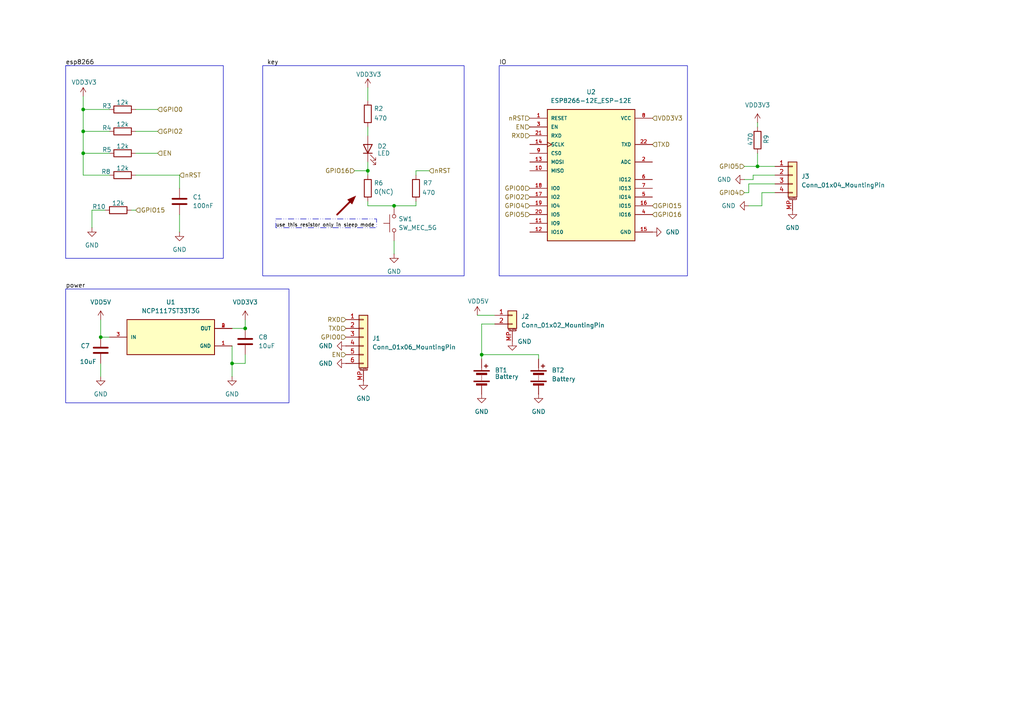
<source format=kicad_sch>
(kicad_sch
	(version 20250114)
	(generator "eeschema")
	(generator_version "9.0")
	(uuid "2fd434e6-cb4a-4fc4-8264-7ecf5a1211d0")
	(paper "A4")
	(lib_symbols
		(symbol "Connector_Generic_MountingPin:Conn_01x02_MountingPin"
			(pin_names
				(offset 1.016)
				(hide yes)
			)
			(exclude_from_sim no)
			(in_bom yes)
			(on_board yes)
			(property "Reference" "J"
				(at 0 2.54 0)
				(effects
					(font
						(size 1.27 1.27)
					)
				)
			)
			(property "Value" "Conn_01x02_MountingPin"
				(at 1.27 -5.08 0)
				(effects
					(font
						(size 1.27 1.27)
					)
					(justify left)
				)
			)
			(property "Footprint" ""
				(at 0 0 0)
				(effects
					(font
						(size 1.27 1.27)
					)
					(hide yes)
				)
			)
			(property "Datasheet" "~"
				(at 0 0 0)
				(effects
					(font
						(size 1.27 1.27)
					)
					(hide yes)
				)
			)
			(property "Description" "Generic connectable mounting pin connector, single row, 01x02, script generated (kicad-library-utils/schlib/autogen/connector/)"
				(at 0 0 0)
				(effects
					(font
						(size 1.27 1.27)
					)
					(hide yes)
				)
			)
			(property "ki_keywords" "connector"
				(at 0 0 0)
				(effects
					(font
						(size 1.27 1.27)
					)
					(hide yes)
				)
			)
			(property "ki_fp_filters" "Connector*:*_1x??-1MP*"
				(at 0 0 0)
				(effects
					(font
						(size 1.27 1.27)
					)
					(hide yes)
				)
			)
			(symbol "Conn_01x02_MountingPin_1_1"
				(rectangle
					(start -1.27 1.27)
					(end 1.27 -3.81)
					(stroke
						(width 0.254)
						(type default)
					)
					(fill
						(type background)
					)
				)
				(rectangle
					(start -1.27 0.127)
					(end 0 -0.127)
					(stroke
						(width 0.1524)
						(type default)
					)
					(fill
						(type none)
					)
				)
				(rectangle
					(start -1.27 -2.413)
					(end 0 -2.667)
					(stroke
						(width 0.1524)
						(type default)
					)
					(fill
						(type none)
					)
				)
				(polyline
					(pts
						(xy -1.016 -4.572) (xy 1.016 -4.572)
					)
					(stroke
						(width 0.1524)
						(type default)
					)
					(fill
						(type none)
					)
				)
				(text "Mounting"
					(at 0 -4.191 0)
					(effects
						(font
							(size 0.381 0.381)
						)
					)
				)
				(pin passive line
					(at -5.08 0 0)
					(length 3.81)
					(name "Pin_1"
						(effects
							(font
								(size 1.27 1.27)
							)
						)
					)
					(number "1"
						(effects
							(font
								(size 1.27 1.27)
							)
						)
					)
				)
				(pin passive line
					(at -5.08 -2.54 0)
					(length 3.81)
					(name "Pin_2"
						(effects
							(font
								(size 1.27 1.27)
							)
						)
					)
					(number "2"
						(effects
							(font
								(size 1.27 1.27)
							)
						)
					)
				)
				(pin passive line
					(at 0 -7.62 90)
					(length 3.048)
					(name "MountPin"
						(effects
							(font
								(size 1.27 1.27)
							)
						)
					)
					(number "MP"
						(effects
							(font
								(size 1.27 1.27)
							)
						)
					)
				)
			)
			(embedded_fonts no)
		)
		(symbol "Connector_Generic_MountingPin:Conn_01x04_MountingPin"
			(pin_names
				(offset 1.016)
				(hide yes)
			)
			(exclude_from_sim no)
			(in_bom yes)
			(on_board yes)
			(property "Reference" "J"
				(at 0 5.08 0)
				(effects
					(font
						(size 1.27 1.27)
					)
				)
			)
			(property "Value" "Conn_01x04_MountingPin"
				(at 1.27 -7.62 0)
				(effects
					(font
						(size 1.27 1.27)
					)
					(justify left)
				)
			)
			(property "Footprint" ""
				(at 0 0 0)
				(effects
					(font
						(size 1.27 1.27)
					)
					(hide yes)
				)
			)
			(property "Datasheet" "~"
				(at 0 0 0)
				(effects
					(font
						(size 1.27 1.27)
					)
					(hide yes)
				)
			)
			(property "Description" "Generic connectable mounting pin connector, single row, 01x04, script generated (kicad-library-utils/schlib/autogen/connector/)"
				(at 0 0 0)
				(effects
					(font
						(size 1.27 1.27)
					)
					(hide yes)
				)
			)
			(property "ki_keywords" "connector"
				(at 0 0 0)
				(effects
					(font
						(size 1.27 1.27)
					)
					(hide yes)
				)
			)
			(property "ki_fp_filters" "Connector*:*_1x??-1MP*"
				(at 0 0 0)
				(effects
					(font
						(size 1.27 1.27)
					)
					(hide yes)
				)
			)
			(symbol "Conn_01x04_MountingPin_1_1"
				(rectangle
					(start -1.27 3.81)
					(end 1.27 -6.35)
					(stroke
						(width 0.254)
						(type default)
					)
					(fill
						(type background)
					)
				)
				(rectangle
					(start -1.27 2.667)
					(end 0 2.413)
					(stroke
						(width 0.1524)
						(type default)
					)
					(fill
						(type none)
					)
				)
				(rectangle
					(start -1.27 0.127)
					(end 0 -0.127)
					(stroke
						(width 0.1524)
						(type default)
					)
					(fill
						(type none)
					)
				)
				(rectangle
					(start -1.27 -2.413)
					(end 0 -2.667)
					(stroke
						(width 0.1524)
						(type default)
					)
					(fill
						(type none)
					)
				)
				(rectangle
					(start -1.27 -4.953)
					(end 0 -5.207)
					(stroke
						(width 0.1524)
						(type default)
					)
					(fill
						(type none)
					)
				)
				(polyline
					(pts
						(xy -1.016 -7.112) (xy 1.016 -7.112)
					)
					(stroke
						(width 0.1524)
						(type default)
					)
					(fill
						(type none)
					)
				)
				(text "Mounting"
					(at 0 -6.731 0)
					(effects
						(font
							(size 0.381 0.381)
						)
					)
				)
				(pin passive line
					(at -5.08 2.54 0)
					(length 3.81)
					(name "Pin_1"
						(effects
							(font
								(size 1.27 1.27)
							)
						)
					)
					(number "1"
						(effects
							(font
								(size 1.27 1.27)
							)
						)
					)
				)
				(pin passive line
					(at -5.08 0 0)
					(length 3.81)
					(name "Pin_2"
						(effects
							(font
								(size 1.27 1.27)
							)
						)
					)
					(number "2"
						(effects
							(font
								(size 1.27 1.27)
							)
						)
					)
				)
				(pin passive line
					(at -5.08 -2.54 0)
					(length 3.81)
					(name "Pin_3"
						(effects
							(font
								(size 1.27 1.27)
							)
						)
					)
					(number "3"
						(effects
							(font
								(size 1.27 1.27)
							)
						)
					)
				)
				(pin passive line
					(at -5.08 -5.08 0)
					(length 3.81)
					(name "Pin_4"
						(effects
							(font
								(size 1.27 1.27)
							)
						)
					)
					(number "4"
						(effects
							(font
								(size 1.27 1.27)
							)
						)
					)
				)
				(pin passive line
					(at 0 -10.16 90)
					(length 3.048)
					(name "MountPin"
						(effects
							(font
								(size 1.27 1.27)
							)
						)
					)
					(number "MP"
						(effects
							(font
								(size 1.27 1.27)
							)
						)
					)
				)
			)
			(embedded_fonts no)
		)
		(symbol "Connector_Generic_MountingPin:Conn_01x06_MountingPin"
			(pin_names
				(offset 1.016)
				(hide yes)
			)
			(exclude_from_sim no)
			(in_bom yes)
			(on_board yes)
			(property "Reference" "J"
				(at 0 7.62 0)
				(effects
					(font
						(size 1.27 1.27)
					)
				)
			)
			(property "Value" "Conn_01x06_MountingPin"
				(at 1.27 -10.16 0)
				(effects
					(font
						(size 1.27 1.27)
					)
					(justify left)
				)
			)
			(property "Footprint" ""
				(at 0 0 0)
				(effects
					(font
						(size 1.27 1.27)
					)
					(hide yes)
				)
			)
			(property "Datasheet" "~"
				(at 0 0 0)
				(effects
					(font
						(size 1.27 1.27)
					)
					(hide yes)
				)
			)
			(property "Description" "Generic connectable mounting pin connector, single row, 01x06, script generated (kicad-library-utils/schlib/autogen/connector/)"
				(at 0 0 0)
				(effects
					(font
						(size 1.27 1.27)
					)
					(hide yes)
				)
			)
			(property "ki_keywords" "connector"
				(at 0 0 0)
				(effects
					(font
						(size 1.27 1.27)
					)
					(hide yes)
				)
			)
			(property "ki_fp_filters" "Connector*:*_1x??-1MP*"
				(at 0 0 0)
				(effects
					(font
						(size 1.27 1.27)
					)
					(hide yes)
				)
			)
			(symbol "Conn_01x06_MountingPin_1_1"
				(rectangle
					(start -1.27 6.35)
					(end 1.27 -8.89)
					(stroke
						(width 0.254)
						(type default)
					)
					(fill
						(type background)
					)
				)
				(rectangle
					(start -1.27 5.207)
					(end 0 4.953)
					(stroke
						(width 0.1524)
						(type default)
					)
					(fill
						(type none)
					)
				)
				(rectangle
					(start -1.27 2.667)
					(end 0 2.413)
					(stroke
						(width 0.1524)
						(type default)
					)
					(fill
						(type none)
					)
				)
				(rectangle
					(start -1.27 0.127)
					(end 0 -0.127)
					(stroke
						(width 0.1524)
						(type default)
					)
					(fill
						(type none)
					)
				)
				(rectangle
					(start -1.27 -2.413)
					(end 0 -2.667)
					(stroke
						(width 0.1524)
						(type default)
					)
					(fill
						(type none)
					)
				)
				(rectangle
					(start -1.27 -4.953)
					(end 0 -5.207)
					(stroke
						(width 0.1524)
						(type default)
					)
					(fill
						(type none)
					)
				)
				(rectangle
					(start -1.27 -7.493)
					(end 0 -7.747)
					(stroke
						(width 0.1524)
						(type default)
					)
					(fill
						(type none)
					)
				)
				(polyline
					(pts
						(xy -1.016 -9.652) (xy 1.016 -9.652)
					)
					(stroke
						(width 0.1524)
						(type default)
					)
					(fill
						(type none)
					)
				)
				(text "Mounting"
					(at 0 -9.271 0)
					(effects
						(font
							(size 0.381 0.381)
						)
					)
				)
				(pin passive line
					(at -5.08 5.08 0)
					(length 3.81)
					(name "Pin_1"
						(effects
							(font
								(size 1.27 1.27)
							)
						)
					)
					(number "1"
						(effects
							(font
								(size 1.27 1.27)
							)
						)
					)
				)
				(pin passive line
					(at -5.08 2.54 0)
					(length 3.81)
					(name "Pin_2"
						(effects
							(font
								(size 1.27 1.27)
							)
						)
					)
					(number "2"
						(effects
							(font
								(size 1.27 1.27)
							)
						)
					)
				)
				(pin passive line
					(at -5.08 0 0)
					(length 3.81)
					(name "Pin_3"
						(effects
							(font
								(size 1.27 1.27)
							)
						)
					)
					(number "3"
						(effects
							(font
								(size 1.27 1.27)
							)
						)
					)
				)
				(pin passive line
					(at -5.08 -2.54 0)
					(length 3.81)
					(name "Pin_4"
						(effects
							(font
								(size 1.27 1.27)
							)
						)
					)
					(number "4"
						(effects
							(font
								(size 1.27 1.27)
							)
						)
					)
				)
				(pin passive line
					(at -5.08 -5.08 0)
					(length 3.81)
					(name "Pin_5"
						(effects
							(font
								(size 1.27 1.27)
							)
						)
					)
					(number "5"
						(effects
							(font
								(size 1.27 1.27)
							)
						)
					)
				)
				(pin passive line
					(at -5.08 -7.62 0)
					(length 3.81)
					(name "Pin_6"
						(effects
							(font
								(size 1.27 1.27)
							)
						)
					)
					(number "6"
						(effects
							(font
								(size 1.27 1.27)
							)
						)
					)
				)
				(pin passive line
					(at 0 -12.7 90)
					(length 3.048)
					(name "MountPin"
						(effects
							(font
								(size 1.27 1.27)
							)
						)
					)
					(number "MP"
						(effects
							(font
								(size 1.27 1.27)
							)
						)
					)
				)
			)
			(embedded_fonts no)
		)
		(symbol "Device:Battery"
			(pin_numbers
				(hide yes)
			)
			(pin_names
				(offset 0)
				(hide yes)
			)
			(exclude_from_sim no)
			(in_bom yes)
			(on_board yes)
			(property "Reference" "BT"
				(at 2.54 2.54 0)
				(effects
					(font
						(size 1.27 1.27)
					)
					(justify left)
				)
			)
			(property "Value" "Battery"
				(at 2.54 0 0)
				(effects
					(font
						(size 1.27 1.27)
					)
					(justify left)
				)
			)
			(property "Footprint" ""
				(at 0 1.524 90)
				(effects
					(font
						(size 1.27 1.27)
					)
					(hide yes)
				)
			)
			(property "Datasheet" "~"
				(at 0 1.524 90)
				(effects
					(font
						(size 1.27 1.27)
					)
					(hide yes)
				)
			)
			(property "Description" "Multiple-cell battery"
				(at 0 0 0)
				(effects
					(font
						(size 1.27 1.27)
					)
					(hide yes)
				)
			)
			(property "ki_keywords" "batt voltage-source cell"
				(at 0 0 0)
				(effects
					(font
						(size 1.27 1.27)
					)
					(hide yes)
				)
			)
			(symbol "Battery_0_1"
				(rectangle
					(start -2.286 1.778)
					(end 2.286 1.524)
					(stroke
						(width 0)
						(type default)
					)
					(fill
						(type outline)
					)
				)
				(rectangle
					(start -2.286 -1.27)
					(end 2.286 -1.524)
					(stroke
						(width 0)
						(type default)
					)
					(fill
						(type outline)
					)
				)
				(rectangle
					(start -1.524 1.016)
					(end 1.524 0.508)
					(stroke
						(width 0)
						(type default)
					)
					(fill
						(type outline)
					)
				)
				(rectangle
					(start -1.524 -2.032)
					(end 1.524 -2.54)
					(stroke
						(width 0)
						(type default)
					)
					(fill
						(type outline)
					)
				)
				(polyline
					(pts
						(xy 0 1.778) (xy 0 2.54)
					)
					(stroke
						(width 0)
						(type default)
					)
					(fill
						(type none)
					)
				)
				(polyline
					(pts
						(xy 0 0) (xy 0 0.254)
					)
					(stroke
						(width 0)
						(type default)
					)
					(fill
						(type none)
					)
				)
				(polyline
					(pts
						(xy 0 -0.508) (xy 0 -0.254)
					)
					(stroke
						(width 0)
						(type default)
					)
					(fill
						(type none)
					)
				)
				(polyline
					(pts
						(xy 0 -1.016) (xy 0 -0.762)
					)
					(stroke
						(width 0)
						(type default)
					)
					(fill
						(type none)
					)
				)
				(polyline
					(pts
						(xy 0.762 3.048) (xy 1.778 3.048)
					)
					(stroke
						(width 0.254)
						(type default)
					)
					(fill
						(type none)
					)
				)
				(polyline
					(pts
						(xy 1.27 3.556) (xy 1.27 2.54)
					)
					(stroke
						(width 0.254)
						(type default)
					)
					(fill
						(type none)
					)
				)
			)
			(symbol "Battery_1_1"
				(pin passive line
					(at 0 5.08 270)
					(length 2.54)
					(name "+"
						(effects
							(font
								(size 1.27 1.27)
							)
						)
					)
					(number "1"
						(effects
							(font
								(size 1.27 1.27)
							)
						)
					)
				)
				(pin passive line
					(at 0 -5.08 90)
					(length 2.54)
					(name "-"
						(effects
							(font
								(size 1.27 1.27)
							)
						)
					)
					(number "2"
						(effects
							(font
								(size 1.27 1.27)
							)
						)
					)
				)
			)
			(embedded_fonts no)
		)
		(symbol "Device:C"
			(pin_numbers
				(hide yes)
			)
			(pin_names
				(offset 0.254)
			)
			(exclude_from_sim no)
			(in_bom yes)
			(on_board yes)
			(property "Reference" "C"
				(at 0.635 2.54 0)
				(effects
					(font
						(size 1.27 1.27)
					)
					(justify left)
				)
			)
			(property "Value" "C"
				(at 0.635 -2.54 0)
				(effects
					(font
						(size 1.27 1.27)
					)
					(justify left)
				)
			)
			(property "Footprint" ""
				(at 0.9652 -3.81 0)
				(effects
					(font
						(size 1.27 1.27)
					)
					(hide yes)
				)
			)
			(property "Datasheet" "~"
				(at 0 0 0)
				(effects
					(font
						(size 1.27 1.27)
					)
					(hide yes)
				)
			)
			(property "Description" "Unpolarized capacitor"
				(at 0 0 0)
				(effects
					(font
						(size 1.27 1.27)
					)
					(hide yes)
				)
			)
			(property "ki_keywords" "cap capacitor"
				(at 0 0 0)
				(effects
					(font
						(size 1.27 1.27)
					)
					(hide yes)
				)
			)
			(property "ki_fp_filters" "C_*"
				(at 0 0 0)
				(effects
					(font
						(size 1.27 1.27)
					)
					(hide yes)
				)
			)
			(symbol "C_0_1"
				(polyline
					(pts
						(xy -2.032 0.762) (xy 2.032 0.762)
					)
					(stroke
						(width 0.508)
						(type default)
					)
					(fill
						(type none)
					)
				)
				(polyline
					(pts
						(xy -2.032 -0.762) (xy 2.032 -0.762)
					)
					(stroke
						(width 0.508)
						(type default)
					)
					(fill
						(type none)
					)
				)
			)
			(symbol "C_1_1"
				(pin passive line
					(at 0 3.81 270)
					(length 2.794)
					(name "~"
						(effects
							(font
								(size 1.27 1.27)
							)
						)
					)
					(number "1"
						(effects
							(font
								(size 1.27 1.27)
							)
						)
					)
				)
				(pin passive line
					(at 0 -3.81 90)
					(length 2.794)
					(name "~"
						(effects
							(font
								(size 1.27 1.27)
							)
						)
					)
					(number "2"
						(effects
							(font
								(size 1.27 1.27)
							)
						)
					)
				)
			)
			(embedded_fonts no)
		)
		(symbol "Device:LED"
			(pin_numbers
				(hide yes)
			)
			(pin_names
				(offset 1.016)
				(hide yes)
			)
			(exclude_from_sim no)
			(in_bom yes)
			(on_board yes)
			(property "Reference" "D"
				(at 0 2.54 0)
				(effects
					(font
						(size 1.27 1.27)
					)
				)
			)
			(property "Value" "LED"
				(at 0 -2.54 0)
				(effects
					(font
						(size 1.27 1.27)
					)
				)
			)
			(property "Footprint" ""
				(at 0 0 0)
				(effects
					(font
						(size 1.27 1.27)
					)
					(hide yes)
				)
			)
			(property "Datasheet" "~"
				(at 0 0 0)
				(effects
					(font
						(size 1.27 1.27)
					)
					(hide yes)
				)
			)
			(property "Description" "Light emitting diode"
				(at 0 0 0)
				(effects
					(font
						(size 1.27 1.27)
					)
					(hide yes)
				)
			)
			(property "Sim.Pins" "1=K 2=A"
				(at 0 0 0)
				(effects
					(font
						(size 1.27 1.27)
					)
					(hide yes)
				)
			)
			(property "ki_keywords" "LED diode"
				(at 0 0 0)
				(effects
					(font
						(size 1.27 1.27)
					)
					(hide yes)
				)
			)
			(property "ki_fp_filters" "LED* LED_SMD:* LED_THT:*"
				(at 0 0 0)
				(effects
					(font
						(size 1.27 1.27)
					)
					(hide yes)
				)
			)
			(symbol "LED_0_1"
				(polyline
					(pts
						(xy -3.048 -0.762) (xy -4.572 -2.286) (xy -3.81 -2.286) (xy -4.572 -2.286) (xy -4.572 -1.524)
					)
					(stroke
						(width 0)
						(type default)
					)
					(fill
						(type none)
					)
				)
				(polyline
					(pts
						(xy -1.778 -0.762) (xy -3.302 -2.286) (xy -2.54 -2.286) (xy -3.302 -2.286) (xy -3.302 -1.524)
					)
					(stroke
						(width 0)
						(type default)
					)
					(fill
						(type none)
					)
				)
				(polyline
					(pts
						(xy -1.27 0) (xy 1.27 0)
					)
					(stroke
						(width 0)
						(type default)
					)
					(fill
						(type none)
					)
				)
				(polyline
					(pts
						(xy -1.27 -1.27) (xy -1.27 1.27)
					)
					(stroke
						(width 0.254)
						(type default)
					)
					(fill
						(type none)
					)
				)
				(polyline
					(pts
						(xy 1.27 -1.27) (xy 1.27 1.27) (xy -1.27 0) (xy 1.27 -1.27)
					)
					(stroke
						(width 0.254)
						(type default)
					)
					(fill
						(type none)
					)
				)
			)
			(symbol "LED_1_1"
				(pin passive line
					(at -3.81 0 0)
					(length 2.54)
					(name "K"
						(effects
							(font
								(size 1.27 1.27)
							)
						)
					)
					(number "1"
						(effects
							(font
								(size 1.27 1.27)
							)
						)
					)
				)
				(pin passive line
					(at 3.81 0 180)
					(length 2.54)
					(name "A"
						(effects
							(font
								(size 1.27 1.27)
							)
						)
					)
					(number "2"
						(effects
							(font
								(size 1.27 1.27)
							)
						)
					)
				)
			)
			(embedded_fonts no)
		)
		(symbol "Device:R"
			(pin_numbers
				(hide yes)
			)
			(pin_names
				(offset 0)
			)
			(exclude_from_sim no)
			(in_bom yes)
			(on_board yes)
			(property "Reference" "R"
				(at 2.032 0 90)
				(effects
					(font
						(size 1.27 1.27)
					)
				)
			)
			(property "Value" "R"
				(at 0 0 90)
				(effects
					(font
						(size 1.27 1.27)
					)
				)
			)
			(property "Footprint" ""
				(at -1.778 0 90)
				(effects
					(font
						(size 1.27 1.27)
					)
					(hide yes)
				)
			)
			(property "Datasheet" "~"
				(at 0 0 0)
				(effects
					(font
						(size 1.27 1.27)
					)
					(hide yes)
				)
			)
			(property "Description" "Resistor"
				(at 0 0 0)
				(effects
					(font
						(size 1.27 1.27)
					)
					(hide yes)
				)
			)
			(property "ki_keywords" "R res resistor"
				(at 0 0 0)
				(effects
					(font
						(size 1.27 1.27)
					)
					(hide yes)
				)
			)
			(property "ki_fp_filters" "R_*"
				(at 0 0 0)
				(effects
					(font
						(size 1.27 1.27)
					)
					(hide yes)
				)
			)
			(symbol "R_0_1"
				(rectangle
					(start -1.016 -2.54)
					(end 1.016 2.54)
					(stroke
						(width 0.254)
						(type default)
					)
					(fill
						(type none)
					)
				)
			)
			(symbol "R_1_1"
				(pin passive line
					(at 0 3.81 270)
					(length 1.27)
					(name "~"
						(effects
							(font
								(size 1.27 1.27)
							)
						)
					)
					(number "1"
						(effects
							(font
								(size 1.27 1.27)
							)
						)
					)
				)
				(pin passive line
					(at 0 -3.81 90)
					(length 1.27)
					(name "~"
						(effects
							(font
								(size 1.27 1.27)
							)
						)
					)
					(number "2"
						(effects
							(font
								(size 1.27 1.27)
							)
						)
					)
				)
			)
			(embedded_fonts no)
		)
		(symbol "ESP8266-12E_ESP-12E:ESP8266-12E_ESP-12E"
			(pin_names
				(offset 1.016)
			)
			(exclude_from_sim no)
			(in_bom yes)
			(on_board yes)
			(property "Reference" "U"
				(at -12.7161 18.3112 0)
				(effects
					(font
						(size 1.27 1.27)
					)
					(justify left bottom)
				)
			)
			(property "Value" "ESP8266-12E_ESP-12E"
				(at -12.7084 -23.3835 0)
				(effects
					(font
						(size 1.27 1.27)
					)
					(justify left bottom)
				)
			)
			(property "Footprint" "ESP8266-12E_ESP-12E:XCVR_ESP8266-12E_ESP-12E"
				(at 0 0 0)
				(effects
					(font
						(size 1.27 1.27)
					)
					(justify bottom)
					(hide yes)
				)
			)
			(property "Datasheet" ""
				(at 0 0 0)
				(effects
					(font
						(size 1.27 1.27)
					)
					(hide yes)
				)
			)
			(property "Description" ""
				(at 0 0 0)
				(effects
					(font
						(size 1.27 1.27)
					)
					(hide yes)
				)
			)
			(property "MF" "AI-Thinker"
				(at 0 0 0)
				(effects
					(font
						(size 1.27 1.27)
					)
					(justify bottom)
					(hide yes)
				)
			)
			(property "Description_1" "This WiFi module has a 32-bit MCU micro and clock speeds supporting 80 MHz or 160 MHz. Supports the RTOS and integrated Wi-Fi MAC/BB/RF/PA/LNA, and has an on-board antenna."
				(at 0 0 0)
				(effects
					(font
						(size 1.27 1.27)
					)
					(justify bottom)
					(hide yes)
				)
			)
			(property "Package" "None"
				(at 0 0 0)
				(effects
					(font
						(size 1.27 1.27)
					)
					(justify bottom)
					(hide yes)
				)
			)
			(property "Price" "None"
				(at 0 0 0)
				(effects
					(font
						(size 1.27 1.27)
					)
					(justify bottom)
					(hide yes)
				)
			)
			(property "Check_prices" "https://www.snapeda.com/parts/ESP8266-12E/ESP-12E/AI-Thinker/view-part/?ref=eda"
				(at 0 0 0)
				(effects
					(font
						(size 1.27 1.27)
					)
					(justify bottom)
					(hide yes)
				)
			)
			(property "SnapEDA_Link" "https://www.snapeda.com/parts/ESP8266-12E/ESP-12E/AI-Thinker/view-part/?ref=snap"
				(at 0 0 0)
				(effects
					(font
						(size 1.27 1.27)
					)
					(justify bottom)
					(hide yes)
				)
			)
			(property "MP" "ESP8266-12E/ESP-12E"
				(at 0 0 0)
				(effects
					(font
						(size 1.27 1.27)
					)
					(justify bottom)
					(hide yes)
				)
			)
			(property "Availability" "Not in stock"
				(at 0 0 0)
				(effects
					(font
						(size 1.27 1.27)
					)
					(justify bottom)
					(hide yes)
				)
			)
			(property "MANUFACTURER" "AI-Thinker"
				(at 0 0 0)
				(effects
					(font
						(size 1.27 1.27)
					)
					(justify bottom)
					(hide yes)
				)
			)
			(symbol "ESP8266-12E_ESP-12E_0_0"
				(rectangle
					(start -12.7 -20.32)
					(end 12.7 17.78)
					(stroke
						(width 0.254)
						(type default)
					)
					(fill
						(type background)
					)
				)
				(pin input line
					(at -17.78 15.24 0)
					(length 5.08)
					(name "RESET"
						(effects
							(font
								(size 1.016 1.016)
							)
						)
					)
					(number "1"
						(effects
							(font
								(size 1.016 1.016)
							)
						)
					)
				)
				(pin input line
					(at -17.78 12.7 0)
					(length 5.08)
					(name "EN"
						(effects
							(font
								(size 1.016 1.016)
							)
						)
					)
					(number "3"
						(effects
							(font
								(size 1.016 1.016)
							)
						)
					)
				)
				(pin input line
					(at -17.78 10.16 0)
					(length 5.08)
					(name "RXD"
						(effects
							(font
								(size 1.016 1.016)
							)
						)
					)
					(number "21"
						(effects
							(font
								(size 1.016 1.016)
							)
						)
					)
				)
				(pin input clock
					(at -17.78 7.62 0)
					(length 5.08)
					(name "SCLK"
						(effects
							(font
								(size 1.016 1.016)
							)
						)
					)
					(number "14"
						(effects
							(font
								(size 1.016 1.016)
							)
						)
					)
				)
				(pin input line
					(at -17.78 5.08 0)
					(length 5.08)
					(name "CS0"
						(effects
							(font
								(size 1.016 1.016)
							)
						)
					)
					(number "9"
						(effects
							(font
								(size 1.016 1.016)
							)
						)
					)
				)
				(pin bidirectional line
					(at -17.78 2.54 0)
					(length 5.08)
					(name "MOSI"
						(effects
							(font
								(size 1.016 1.016)
							)
						)
					)
					(number "13"
						(effects
							(font
								(size 1.016 1.016)
							)
						)
					)
				)
				(pin bidirectional line
					(at -17.78 0 0)
					(length 5.08)
					(name "MISO"
						(effects
							(font
								(size 1.016 1.016)
							)
						)
					)
					(number "10"
						(effects
							(font
								(size 1.016 1.016)
							)
						)
					)
				)
				(pin bidirectional line
					(at -17.78 -5.08 0)
					(length 5.08)
					(name "IO0"
						(effects
							(font
								(size 1.016 1.016)
							)
						)
					)
					(number "18"
						(effects
							(font
								(size 1.016 1.016)
							)
						)
					)
				)
				(pin bidirectional line
					(at -17.78 -7.62 0)
					(length 5.08)
					(name "IO2"
						(effects
							(font
								(size 1.016 1.016)
							)
						)
					)
					(number "17"
						(effects
							(font
								(size 1.016 1.016)
							)
						)
					)
				)
				(pin bidirectional line
					(at -17.78 -10.16 0)
					(length 5.08)
					(name "IO4"
						(effects
							(font
								(size 1.016 1.016)
							)
						)
					)
					(number "19"
						(effects
							(font
								(size 1.016 1.016)
							)
						)
					)
				)
				(pin bidirectional line
					(at -17.78 -12.7 0)
					(length 5.08)
					(name "IO5"
						(effects
							(font
								(size 1.016 1.016)
							)
						)
					)
					(number "20"
						(effects
							(font
								(size 1.016 1.016)
							)
						)
					)
				)
				(pin bidirectional line
					(at -17.78 -15.24 0)
					(length 5.08)
					(name "IO9"
						(effects
							(font
								(size 1.016 1.016)
							)
						)
					)
					(number "11"
						(effects
							(font
								(size 1.016 1.016)
							)
						)
					)
				)
				(pin bidirectional line
					(at -17.78 -17.78 0)
					(length 5.08)
					(name "IO10"
						(effects
							(font
								(size 1.016 1.016)
							)
						)
					)
					(number "12"
						(effects
							(font
								(size 1.016 1.016)
							)
						)
					)
				)
				(pin power_in line
					(at 17.78 15.24 180)
					(length 5.08)
					(name "VCC"
						(effects
							(font
								(size 1.016 1.016)
							)
						)
					)
					(number "8"
						(effects
							(font
								(size 1.016 1.016)
							)
						)
					)
				)
				(pin output line
					(at 17.78 7.62 180)
					(length 5.08)
					(name "TXD"
						(effects
							(font
								(size 1.016 1.016)
							)
						)
					)
					(number "22"
						(effects
							(font
								(size 1.016 1.016)
							)
						)
					)
				)
				(pin passive line
					(at 17.78 2.54 180)
					(length 5.08)
					(name "ADC"
						(effects
							(font
								(size 1.016 1.016)
							)
						)
					)
					(number "2"
						(effects
							(font
								(size 1.016 1.016)
							)
						)
					)
				)
				(pin bidirectional line
					(at 17.78 -2.54 180)
					(length 5.08)
					(name "IO12"
						(effects
							(font
								(size 1.016 1.016)
							)
						)
					)
					(number "6"
						(effects
							(font
								(size 1.016 1.016)
							)
						)
					)
				)
				(pin bidirectional line
					(at 17.78 -5.08 180)
					(length 5.08)
					(name "IO13"
						(effects
							(font
								(size 1.016 1.016)
							)
						)
					)
					(number "7"
						(effects
							(font
								(size 1.016 1.016)
							)
						)
					)
				)
				(pin bidirectional line
					(at 17.78 -7.62 180)
					(length 5.08)
					(name "IO14"
						(effects
							(font
								(size 1.016 1.016)
							)
						)
					)
					(number "5"
						(effects
							(font
								(size 1.016 1.016)
							)
						)
					)
				)
				(pin bidirectional line
					(at 17.78 -10.16 180)
					(length 5.08)
					(name "IO15"
						(effects
							(font
								(size 1.016 1.016)
							)
						)
					)
					(number "16"
						(effects
							(font
								(size 1.016 1.016)
							)
						)
					)
				)
				(pin bidirectional line
					(at 17.78 -12.7 180)
					(length 5.08)
					(name "IO16"
						(effects
							(font
								(size 1.016 1.016)
							)
						)
					)
					(number "4"
						(effects
							(font
								(size 1.016 1.016)
							)
						)
					)
				)
				(pin power_in line
					(at 17.78 -17.78 180)
					(length 5.08)
					(name "GND"
						(effects
							(font
								(size 1.016 1.016)
							)
						)
					)
					(number "15"
						(effects
							(font
								(size 1.016 1.016)
							)
						)
					)
				)
			)
			(embedded_fonts no)
		)
		(symbol "Graphic:SYM_Arrow45_Large"
			(exclude_from_sim no)
			(in_bom no)
			(on_board no)
			(property "Reference" "#SYM"
				(at 0 4.064 0)
				(effects
					(font
						(size 1.27 1.27)
					)
					(hide yes)
				)
			)
			(property "Value" "SYM_Arrow45_Large"
				(at 0 -3.556 0)
				(effects
					(font
						(size 1.27 1.27)
					)
					(hide yes)
				)
			)
			(property "Footprint" ""
				(at 0 0 0)
				(effects
					(font
						(size 1.27 1.27)
					)
					(hide yes)
				)
			)
			(property "Datasheet" "~"
				(at 0 0 0)
				(effects
					(font
						(size 1.27 1.27)
					)
					(hide yes)
				)
			)
			(property "Description" "Filled 45° arrow, 300mil"
				(at 0 0 0)
				(effects
					(font
						(size 1.27 1.27)
					)
					(hide yes)
				)
			)
			(property "Sim.Enable" "0"
				(at 0 0 0)
				(effects
					(font
						(size 1.27 1.27)
					)
					(hide yes)
				)
			)
			(property "ki_keywords" "symbol arrow angled 45°"
				(at 0 0 0)
				(effects
					(font
						(size 1.27 1.27)
					)
					(hide yes)
				)
			)
			(symbol "SYM_Arrow45_Large_0_1"
				(polyline
					(pts
						(xy -2.54 2.54) (xy 2.286 -2.286)
					)
					(stroke
						(width 0.508)
						(type default)
					)
					(fill
						(type none)
					)
				)
				(polyline
					(pts
						(xy 2.794 -2.794) (xy 0.508 -1.778) (xy 1.778 -0.508) (xy 2.794 -2.794)
					)
					(stroke
						(width 0)
						(type default)
					)
					(fill
						(type outline)
					)
				)
			)
			(embedded_fonts no)
		)
		(symbol "NCP1117ST33T3G:NCP1117ST33T3G"
			(pin_names
				(offset 1.016)
			)
			(exclude_from_sim no)
			(in_bom yes)
			(on_board yes)
			(property "Reference" "U"
				(at -10.1626 7.622 0)
				(effects
					(font
						(size 1.27 1.27)
					)
					(justify left bottom)
				)
			)
			(property "Value" "NCP1117ST33T3G"
				(at -12.7115 -7.6269 0)
				(effects
					(font
						(size 1.27 1.27)
					)
					(justify left bottom)
				)
			)
			(property "Footprint" "NCP1117ST33T3G:SOT230P700X180-4N"
				(at 0 0 0)
				(effects
					(font
						(size 1.27 1.27)
					)
					(justify bottom)
					(hide yes)
				)
			)
			(property "Datasheet" ""
				(at 0 0 0)
				(effects
					(font
						(size 1.27 1.27)
					)
					(hide yes)
				)
			)
			(property "Description" ""
				(at 0 0 0)
				(effects
					(font
						(size 1.27 1.27)
					)
					(hide yes)
				)
			)
			(property "MF" "ON Semiconductor"
				(at 0 0 0)
				(effects
					(font
						(size 1.27 1.27)
					)
					(justify bottom)
					(hide yes)
				)
			)
			(property "Description_1" "Linear Voltage Regulator IC Positive Fixed 1 Output  1A SOT-223"
				(at 0 0 0)
				(effects
					(font
						(size 1.27 1.27)
					)
					(justify bottom)
					(hide yes)
				)
			)
			(property "Package" "SOT-223-4 ON Semiconductor"
				(at 0 0 0)
				(effects
					(font
						(size 1.27 1.27)
					)
					(justify bottom)
					(hide yes)
				)
			)
			(property "Price" "None"
				(at 0 0 0)
				(effects
					(font
						(size 1.27 1.27)
					)
					(justify bottom)
					(hide yes)
				)
			)
			(property "Check_prices" "https://www.snapeda.com/parts/NCP1117ST33T3G/Onsemi/view-part/?ref=eda"
				(at 0 0 0)
				(effects
					(font
						(size 1.27 1.27)
					)
					(justify bottom)
					(hide yes)
				)
			)
			(property "SnapEDA_Link" "https://www.snapeda.com/parts/NCP1117ST33T3G/Onsemi/view-part/?ref=snap"
				(at 0 0 0)
				(effects
					(font
						(size 1.27 1.27)
					)
					(justify bottom)
					(hide yes)
				)
			)
			(property "MP" "NCP1117ST33T3G"
				(at 0 0 0)
				(effects
					(font
						(size 1.27 1.27)
					)
					(justify bottom)
					(hide yes)
				)
			)
			(property "Availability" "In Stock"
				(at 0 0 0)
				(effects
					(font
						(size 1.27 1.27)
					)
					(justify bottom)
					(hide yes)
				)
			)
			(property "MANUFACTURER" "ON Semiconductor"
				(at 0 0 0)
				(effects
					(font
						(size 1.27 1.27)
					)
					(justify bottom)
					(hide yes)
				)
			)
			(symbol "NCP1117ST33T3G_0_0"
				(rectangle
					(start -12.7 -5.08)
					(end 12.7 5.08)
					(stroke
						(width 0.254)
						(type default)
					)
					(fill
						(type background)
					)
				)
				(pin input line
					(at -17.78 0 0)
					(length 5.08)
					(name "IN"
						(effects
							(font
								(size 1.016 1.016)
							)
						)
					)
					(number "3"
						(effects
							(font
								(size 1.016 1.016)
							)
						)
					)
				)
				(pin output line
					(at 17.78 2.54 180)
					(length 5.08)
					(name "OUT"
						(effects
							(font
								(size 1.016 1.016)
							)
						)
					)
					(number "2"
						(effects
							(font
								(size 1.016 1.016)
							)
						)
					)
				)
				(pin output line
					(at 17.78 2.54 180)
					(length 5.08)
					(name "OUT"
						(effects
							(font
								(size 1.016 1.016)
							)
						)
					)
					(number "4"
						(effects
							(font
								(size 1.016 1.016)
							)
						)
					)
				)
				(pin power_in line
					(at 17.78 -2.54 180)
					(length 5.08)
					(name "GND"
						(effects
							(font
								(size 1.016 1.016)
							)
						)
					)
					(number "1"
						(effects
							(font
								(size 1.016 1.016)
							)
						)
					)
				)
			)
			(embedded_fonts no)
		)
		(symbol "Switch:SW_MEC_5G"
			(pin_numbers
				(hide yes)
			)
			(pin_names
				(offset 1.016)
				(hide yes)
			)
			(exclude_from_sim no)
			(in_bom yes)
			(on_board yes)
			(property "Reference" "SW"
				(at 1.27 2.54 0)
				(effects
					(font
						(size 1.27 1.27)
					)
					(justify left)
				)
			)
			(property "Value" "SW_MEC_5G"
				(at 0 -1.524 0)
				(effects
					(font
						(size 1.27 1.27)
					)
				)
			)
			(property "Footprint" ""
				(at 0 5.08 0)
				(effects
					(font
						(size 1.27 1.27)
					)
					(hide yes)
				)
			)
			(property "Datasheet" "http://www.apem.com/int/index.php?controller=attachment&id_attachment=488"
				(at 0 5.08 0)
				(effects
					(font
						(size 1.27 1.27)
					)
					(hide yes)
				)
			)
			(property "Description" "MEC 5G single pole normally-open tactile switch"
				(at 0 0 0)
				(effects
					(font
						(size 1.27 1.27)
					)
					(hide yes)
				)
			)
			(property "ki_keywords" "switch normally-open pushbutton push-button"
				(at 0 0 0)
				(effects
					(font
						(size 1.27 1.27)
					)
					(hide yes)
				)
			)
			(property "ki_fp_filters" "SW*MEC*5G*"
				(at 0 0 0)
				(effects
					(font
						(size 1.27 1.27)
					)
					(hide yes)
				)
			)
			(symbol "SW_MEC_5G_0_1"
				(circle
					(center -2.032 0)
					(radius 0.508)
					(stroke
						(width 0)
						(type default)
					)
					(fill
						(type none)
					)
				)
				(polyline
					(pts
						(xy 0 1.27) (xy 0 3.048)
					)
					(stroke
						(width 0)
						(type default)
					)
					(fill
						(type none)
					)
				)
				(circle
					(center 2.032 0)
					(radius 0.508)
					(stroke
						(width 0)
						(type default)
					)
					(fill
						(type none)
					)
				)
				(polyline
					(pts
						(xy 2.54 1.27) (xy -2.54 1.27)
					)
					(stroke
						(width 0)
						(type default)
					)
					(fill
						(type none)
					)
				)
				(pin passive line
					(at -5.08 0 0)
					(length 2.54)
					(name "A"
						(effects
							(font
								(size 1.27 1.27)
							)
						)
					)
					(number "1"
						(effects
							(font
								(size 1.27 1.27)
							)
						)
					)
				)
				(pin passive line
					(at 5.08 0 180)
					(length 2.54)
					(name "B"
						(effects
							(font
								(size 1.27 1.27)
							)
						)
					)
					(number "3"
						(effects
							(font
								(size 1.27 1.27)
							)
						)
					)
				)
			)
			(symbol "SW_MEC_5G_1_1"
				(pin passive line
					(at -5.08 0 0)
					(length 2.54)
					(hide yes)
					(name "A"
						(effects
							(font
								(size 1.27 1.27)
							)
						)
					)
					(number "2"
						(effects
							(font
								(size 1.27 1.27)
							)
						)
					)
				)
				(pin passive line
					(at 5.08 0 180)
					(length 2.54)
					(hide yes)
					(name "B"
						(effects
							(font
								(size 1.27 1.27)
							)
						)
					)
					(number "4"
						(effects
							(font
								(size 1.27 1.27)
							)
						)
					)
				)
			)
			(embedded_fonts no)
		)
		(symbol "power:GND"
			(power)
			(pin_numbers
				(hide yes)
			)
			(pin_names
				(offset 0)
				(hide yes)
			)
			(exclude_from_sim no)
			(in_bom yes)
			(on_board yes)
			(property "Reference" "#PWR"
				(at 0 -6.35 0)
				(effects
					(font
						(size 1.27 1.27)
					)
					(hide yes)
				)
			)
			(property "Value" "GND"
				(at 0 -3.81 0)
				(effects
					(font
						(size 1.27 1.27)
					)
				)
			)
			(property "Footprint" ""
				(at 0 0 0)
				(effects
					(font
						(size 1.27 1.27)
					)
					(hide yes)
				)
			)
			(property "Datasheet" ""
				(at 0 0 0)
				(effects
					(font
						(size 1.27 1.27)
					)
					(hide yes)
				)
			)
			(property "Description" "Power symbol creates a global label with name \"GND\" , ground"
				(at 0 0 0)
				(effects
					(font
						(size 1.27 1.27)
					)
					(hide yes)
				)
			)
			(property "ki_keywords" "global power"
				(at 0 0 0)
				(effects
					(font
						(size 1.27 1.27)
					)
					(hide yes)
				)
			)
			(symbol "GND_0_1"
				(polyline
					(pts
						(xy 0 0) (xy 0 -1.27) (xy 1.27 -1.27) (xy 0 -2.54) (xy -1.27 -1.27) (xy 0 -1.27)
					)
					(stroke
						(width 0)
						(type default)
					)
					(fill
						(type none)
					)
				)
			)
			(symbol "GND_1_1"
				(pin power_in line
					(at 0 0 270)
					(length 0)
					(name "~"
						(effects
							(font
								(size 1.27 1.27)
							)
						)
					)
					(number "1"
						(effects
							(font
								(size 1.27 1.27)
							)
						)
					)
				)
			)
			(embedded_fonts no)
		)
		(symbol "power:VDD"
			(power)
			(pin_numbers
				(hide yes)
			)
			(pin_names
				(offset 0)
				(hide yes)
			)
			(exclude_from_sim no)
			(in_bom yes)
			(on_board yes)
			(property "Reference" "#PWR"
				(at 0 -3.81 0)
				(effects
					(font
						(size 1.27 1.27)
					)
					(hide yes)
				)
			)
			(property "Value" "VDD"
				(at 0 3.556 0)
				(effects
					(font
						(size 1.27 1.27)
					)
				)
			)
			(property "Footprint" ""
				(at 0 0 0)
				(effects
					(font
						(size 1.27 1.27)
					)
					(hide yes)
				)
			)
			(property "Datasheet" ""
				(at 0 0 0)
				(effects
					(font
						(size 1.27 1.27)
					)
					(hide yes)
				)
			)
			(property "Description" "Power symbol creates a global label with name \"VDD\""
				(at 0 0 0)
				(effects
					(font
						(size 1.27 1.27)
					)
					(hide yes)
				)
			)
			(property "ki_keywords" "global power"
				(at 0 0 0)
				(effects
					(font
						(size 1.27 1.27)
					)
					(hide yes)
				)
			)
			(symbol "VDD_0_1"
				(polyline
					(pts
						(xy -0.762 1.27) (xy 0 2.54)
					)
					(stroke
						(width 0)
						(type default)
					)
					(fill
						(type none)
					)
				)
				(polyline
					(pts
						(xy 0 2.54) (xy 0.762 1.27)
					)
					(stroke
						(width 0)
						(type default)
					)
					(fill
						(type none)
					)
				)
				(polyline
					(pts
						(xy 0 0) (xy 0 2.54)
					)
					(stroke
						(width 0)
						(type default)
					)
					(fill
						(type none)
					)
				)
			)
			(symbol "VDD_1_1"
				(pin power_in line
					(at 0 0 90)
					(length 0)
					(name "~"
						(effects
							(font
								(size 1.27 1.27)
							)
						)
					)
					(number "1"
						(effects
							(font
								(size 1.27 1.27)
							)
						)
					)
				)
			)
			(embedded_fonts no)
		)
	)
	(rectangle
		(start 76.2 19.05)
		(end 134.62 80.01)
		(stroke
			(width 0)
			(type default)
		)
		(fill
			(type none)
		)
		(uuid 135c19ef-ab45-4f1f-ba02-b9643e7cb939)
	)
	(rectangle
		(start 80.01 63.5)
		(end 109.22 66.04)
		(stroke
			(width 0)
			(type dash_dot_dot)
		)
		(fill
			(type none)
		)
		(uuid 77838949-9738-49a8-9033-d5b5a4340fd8)
	)
	(rectangle
		(start 144.78 19.05)
		(end 199.39 80.01)
		(stroke
			(width 0)
			(type default)
		)
		(fill
			(type none)
		)
		(uuid f88fb289-e052-4471-82bc-12dba3d1f652)
	)
	(rectangle
		(start 19.05 83.82)
		(end 83.82 116.84)
		(stroke
			(width 0)
			(type default)
		)
		(fill
			(type none)
		)
		(uuid f9f112b4-c6cb-4c99-9533-f32e2c1be689)
	)
	(junction
		(at 71.12 95.25)
		(diameter 0)
		(color 0 0 0 0)
		(uuid "0a22dd32-ab61-4384-9423-f355d91bc478")
	)
	(junction
		(at 24.13 44.45)
		(diameter 0)
		(color 0 0 0 0)
		(uuid "136c4c8b-2d19-4b7a-9768-01eedbfa6865")
	)
	(junction
		(at 106.68 49.53)
		(diameter 0)
		(color 0 0 0 0)
		(uuid "48487ab2-4b64-4be4-8aab-be7e1258d969")
	)
	(junction
		(at 139.7 102.87)
		(diameter 0)
		(color 0 0 0 0)
		(uuid "5d3eb571-4af4-43a1-95ee-8a7227ee5eea")
	)
	(junction
		(at 29.21 97.79)
		(diameter 0)
		(color 0 0 0 0)
		(uuid "6df67a39-18d9-48da-8bf5-2917576aae17")
	)
	(junction
		(at 219.71 48.26)
		(diameter 0)
		(color 0 0 0 0)
		(uuid "6e3fdaa1-e42d-4585-afd0-280a05ca30a9")
	)
	(junction
		(at 24.13 38.1)
		(diameter 0)
		(color 0 0 0 0)
		(uuid "74955967-51ef-4ee0-8d9d-b86246b4e0b8")
	)
	(junction
		(at 114.3 59.69)
		(diameter 0)
		(color 0 0 0 0)
		(uuid "e827c159-2a26-4333-b76a-b65f73a3fd3f")
	)
	(junction
		(at 24.13 31.75)
		(diameter 0)
		(color 0 0 0 0)
		(uuid "ebadfe6e-dda3-4851-b090-950407fffcdf")
	)
	(junction
		(at 67.31 105.41)
		(diameter 0)
		(color 0 0 0 0)
		(uuid "f63da5f3-9a4a-47b1-920e-065ccc203df7")
	)
	(wire
		(pts
			(xy 138.43 91.44) (xy 143.51 91.44)
		)
		(stroke
			(width 0)
			(type default)
		)
		(uuid "007dae11-7906-4870-b361-bdb556b36d78")
	)
	(wire
		(pts
			(xy 71.12 92.71) (xy 71.12 95.25)
		)
		(stroke
			(width 0)
			(type default)
		)
		(uuid "0a2499bf-a443-4fcc-aaa3-e71dc6e0b0e2")
	)
	(wire
		(pts
			(xy 67.31 105.41) (xy 67.31 109.22)
		)
		(stroke
			(width 0)
			(type default)
		)
		(uuid "0b022f91-56cf-486c-861e-0a880f73af71")
	)
	(wire
		(pts
			(xy 24.13 31.75) (xy 24.13 38.1)
		)
		(stroke
			(width 0)
			(type default)
		)
		(uuid "0cf599ad-0bc3-4d71-b50d-80ef352b38f5")
	)
	(wire
		(pts
			(xy 220.98 55.88) (xy 224.79 55.88)
		)
		(stroke
			(width 0)
			(type default)
		)
		(uuid "0d1b6cbd-855f-4cb3-906a-d6370b11c50b")
	)
	(wire
		(pts
			(xy 38.1 60.96) (xy 39.37 60.96)
		)
		(stroke
			(width 0)
			(type default)
		)
		(uuid "1058eb8b-affb-4c94-b888-4ace0d203b27")
	)
	(wire
		(pts
			(xy 24.13 38.1) (xy 24.13 44.45)
		)
		(stroke
			(width 0)
			(type default)
		)
		(uuid "1429bd7d-7765-4550-bcda-71a1a12df38b")
	)
	(wire
		(pts
			(xy 220.98 59.69) (xy 220.98 55.88)
		)
		(stroke
			(width 0)
			(type default)
		)
		(uuid "178c28ff-677e-472d-ba5f-2696b79d420f")
	)
	(polyline
		(pts
			(xy 19.05 19.05) (xy 20.32 19.05)
		)
		(stroke
			(width 0)
			(type default)
		)
		(uuid "18cfa67c-ef7e-4903-ac86-2966afcd0406")
	)
	(wire
		(pts
			(xy 218.44 52.07) (xy 218.44 50.8)
		)
		(stroke
			(width 0)
			(type default)
		)
		(uuid "1db36d47-3fd1-4070-9838-a975f9b351ac")
	)
	(wire
		(pts
			(xy 114.3 69.85) (xy 114.3 73.66)
		)
		(stroke
			(width 0)
			(type default)
		)
		(uuid "20374dd4-4427-4553-ae15-4776d6a28ca5")
	)
	(wire
		(pts
			(xy 67.31 100.33) (xy 67.31 105.41)
		)
		(stroke
			(width 0)
			(type default)
		)
		(uuid "212a249c-b529-4071-8767-e65681e5d3b7")
	)
	(wire
		(pts
			(xy 106.68 59.69) (xy 114.3 59.69)
		)
		(stroke
			(width 0)
			(type default)
		)
		(uuid "2610ae98-a711-417e-bb4a-95d71f1c539e")
	)
	(wire
		(pts
			(xy 52.07 50.8) (xy 52.07 54.61)
		)
		(stroke
			(width 0)
			(type default)
		)
		(uuid "268d18ce-4a8d-46ff-936e-9f42eeee23ac")
	)
	(wire
		(pts
			(xy 120.65 59.69) (xy 120.65 58.42)
		)
		(stroke
			(width 0)
			(type default)
		)
		(uuid "2b577603-3f52-4b50-a619-a9dfdade0a96")
	)
	(wire
		(pts
			(xy 139.7 102.87) (xy 139.7 104.14)
		)
		(stroke
			(width 0)
			(type default)
		)
		(uuid "2e7005a5-9d99-4af2-aef0-ae3bfe6c6d13")
	)
	(wire
		(pts
			(xy 219.71 44.45) (xy 219.71 48.26)
		)
		(stroke
			(width 0)
			(type default)
		)
		(uuid "33bd8729-296f-4c85-bf1a-d29caed75862")
	)
	(wire
		(pts
			(xy 156.21 102.87) (xy 156.21 104.14)
		)
		(stroke
			(width 0)
			(type default)
		)
		(uuid "362a0648-b2ad-4743-abe2-098dc1c2ca11")
	)
	(wire
		(pts
			(xy 24.13 27.94) (xy 24.13 31.75)
		)
		(stroke
			(width 0)
			(type default)
		)
		(uuid "36cd8a09-c01e-46a7-9c07-f391159601e0")
	)
	(wire
		(pts
			(xy 39.37 38.1) (xy 45.72 38.1)
		)
		(stroke
			(width 0)
			(type default)
		)
		(uuid "38cccb7a-f4d7-4e10-b149-c7d8443e396d")
	)
	(wire
		(pts
			(xy 39.37 50.8) (xy 52.07 50.8)
		)
		(stroke
			(width 0)
			(type default)
		)
		(uuid "40326ba1-25c4-4be9-b8ac-3701d10a2590")
	)
	(wire
		(pts
			(xy 106.68 58.42) (xy 106.68 59.69)
		)
		(stroke
			(width 0)
			(type default)
		)
		(uuid "43007244-22f4-44c5-bd82-8074c8a24005")
	)
	(polyline
		(pts
			(xy 64.77 74.93) (xy 19.05 74.93)
		)
		(stroke
			(width 0)
			(type default)
		)
		(uuid "4365159b-79f9-4da8-b04c-9307414616cf")
	)
	(wire
		(pts
			(xy 106.68 36.83) (xy 106.68 39.37)
		)
		(stroke
			(width 0)
			(type default)
		)
		(uuid "4705c81f-2bd7-4248-b6ba-be3ee7fb9858")
	)
	(wire
		(pts
			(xy 39.37 44.45) (xy 45.72 44.45)
		)
		(stroke
			(width 0)
			(type default)
		)
		(uuid "4a6efaf9-a165-4bee-8f70-e804d6189448")
	)
	(wire
		(pts
			(xy 26.67 60.96) (xy 30.48 60.96)
		)
		(stroke
			(width 0)
			(type default)
		)
		(uuid "4a75c87a-66dc-444d-9d77-3bc5d05c811a")
	)
	(wire
		(pts
			(xy 220.98 59.69) (xy 217.17 59.69)
		)
		(stroke
			(width 0)
			(type default)
		)
		(uuid "5362f651-504c-41a9-aad5-6d6d6bc2eb52")
	)
	(wire
		(pts
			(xy 120.65 49.53) (xy 124.46 49.53)
		)
		(stroke
			(width 0)
			(type default)
		)
		(uuid "568efb86-3e4f-4f2e-b707-b1f27f6e92fb")
	)
	(polyline
		(pts
			(xy 64.77 19.05) (xy 64.77 74.93)
		)
		(stroke
			(width 0)
			(type default)
		)
		(uuid "56c13a9c-f0b7-4ec8-817a-47c4218dcbb5")
	)
	(wire
		(pts
			(xy 39.37 31.75) (xy 45.72 31.75)
		)
		(stroke
			(width 0)
			(type default)
		)
		(uuid "584ecc9a-fb55-4352-be7c-3affffd936e1")
	)
	(wire
		(pts
			(xy 24.13 44.45) (xy 24.13 50.8)
		)
		(stroke
			(width 0)
			(type default)
		)
		(uuid "5b87ef7c-9527-44ea-9e27-5abf759cb25d")
	)
	(wire
		(pts
			(xy 102.87 49.53) (xy 106.68 49.53)
		)
		(stroke
			(width 0)
			(type default)
		)
		(uuid "61f17188-01a5-417b-a447-2477d490aa32")
	)
	(wire
		(pts
			(xy 106.68 49.53) (xy 106.68 50.8)
		)
		(stroke
			(width 0)
			(type default)
		)
		(uuid "6bf77b8e-34a7-4e8b-a18a-10932f212523")
	)
	(wire
		(pts
			(xy 215.9 52.07) (xy 218.44 52.07)
		)
		(stroke
			(width 0)
			(type default)
		)
		(uuid "6d797476-ea89-47ae-a290-f9d6637d4e70")
	)
	(wire
		(pts
			(xy 106.68 46.99) (xy 106.68 49.53)
		)
		(stroke
			(width 0)
			(type default)
		)
		(uuid "7094330d-3337-4b3a-974c-a4772cd70cb7")
	)
	(wire
		(pts
			(xy 24.13 38.1) (xy 31.75 38.1)
		)
		(stroke
			(width 0)
			(type default)
		)
		(uuid "7167a86d-e1ff-4f28-afd2-39ec8beb6194")
	)
	(polyline
		(pts
			(xy 19.05 74.93) (xy 19.05 19.05)
		)
		(stroke
			(width 0)
			(type default)
		)
		(uuid "7320062c-ef49-4979-946c-624e5014c654")
	)
	(wire
		(pts
			(xy 114.3 59.69) (xy 120.65 59.69)
		)
		(stroke
			(width 0)
			(type default)
		)
		(uuid "77a4d1ee-2b43-436f-9815-acd7b3491eef")
	)
	(polyline
		(pts
			(xy 19.05 19.05) (xy 64.77 19.05)
		)
		(stroke
			(width 0)
			(type default)
		)
		(uuid "87a51f07-c9bb-4867-92c9-95c126208840")
	)
	(wire
		(pts
			(xy 120.65 49.53) (xy 120.65 50.8)
		)
		(stroke
			(width 0)
			(type default)
		)
		(uuid "891cb98c-250f-4806-9cd8-a59663a37004")
	)
	(wire
		(pts
			(xy 71.12 102.87) (xy 71.12 105.41)
		)
		(stroke
			(width 0)
			(type default)
		)
		(uuid "9293ab7c-4d9f-4718-b03a-102508a6a72e")
	)
	(wire
		(pts
			(xy 139.7 93.98) (xy 139.7 102.87)
		)
		(stroke
			(width 0)
			(type default)
		)
		(uuid "99a1c515-7f81-493f-9186-850213f9e327")
	)
	(wire
		(pts
			(xy 31.75 97.79) (xy 29.21 97.79)
		)
		(stroke
			(width 0)
			(type default)
		)
		(uuid "9c0b884f-2278-46de-95c2-8596468332b5")
	)
	(wire
		(pts
			(xy 106.68 25.4) (xy 106.68 29.21)
		)
		(stroke
			(width 0)
			(type default)
		)
		(uuid "a8669199-6f97-42fd-9b0a-8318c94d89ca")
	)
	(wire
		(pts
			(xy 67.31 105.41) (xy 71.12 105.41)
		)
		(stroke
			(width 0)
			(type default)
		)
		(uuid "aa958794-6c19-4ec4-a0c1-64f72f5708c4")
	)
	(wire
		(pts
			(xy 139.7 93.98) (xy 143.51 93.98)
		)
		(stroke
			(width 0)
			(type default)
		)
		(uuid "af92c9bf-0c8e-4ba7-bc45-b1aaad7046e7")
	)
	(wire
		(pts
			(xy 26.67 60.96) (xy 26.67 66.04)
		)
		(stroke
			(width 0)
			(type default)
		)
		(uuid "afbf0cd5-71bc-43b7-9fff-d9a78533a0e2")
	)
	(wire
		(pts
			(xy 24.13 44.45) (xy 31.75 44.45)
		)
		(stroke
			(width 0)
			(type default)
		)
		(uuid "ba64f571-20ef-4f1a-900b-230a35b16fd1")
	)
	(wire
		(pts
			(xy 67.31 95.25) (xy 71.12 95.25)
		)
		(stroke
			(width 0)
			(type default)
		)
		(uuid "bb5b4233-6ff5-4284-add8-60207010f422")
	)
	(wire
		(pts
			(xy 52.07 62.23) (xy 52.07 67.31)
		)
		(stroke
			(width 0)
			(type default)
		)
		(uuid "bb5da260-857d-4232-a0ad-6de56b8f7ec0")
	)
	(wire
		(pts
			(xy 219.71 35.56) (xy 219.71 36.83)
		)
		(stroke
			(width 0)
			(type default)
		)
		(uuid "d11debf5-71d7-49c0-9558-d5d107694b1b")
	)
	(wire
		(pts
			(xy 217.17 55.88) (xy 217.17 53.34)
		)
		(stroke
			(width 0)
			(type default)
		)
		(uuid "dbb950d2-9e68-4508-8f7c-0a90f937b5e0")
	)
	(wire
		(pts
			(xy 24.13 50.8) (xy 31.75 50.8)
		)
		(stroke
			(width 0)
			(type default)
		)
		(uuid "dedafdca-76c3-4aee-bfe2-2ae13c20ae48")
	)
	(wire
		(pts
			(xy 215.9 55.88) (xy 217.17 55.88)
		)
		(stroke
			(width 0)
			(type default)
		)
		(uuid "df5b84d7-d38b-4df3-932d-460c6b111121")
	)
	(wire
		(pts
			(xy 139.7 102.87) (xy 156.21 102.87)
		)
		(stroke
			(width 0)
			(type default)
		)
		(uuid "e0a81ce8-3f8e-451c-92de-0c3d9b3316db")
	)
	(wire
		(pts
			(xy 215.9 48.26) (xy 219.71 48.26)
		)
		(stroke
			(width 0)
			(type default)
		)
		(uuid "e2d93722-2161-46fe-be94-919d51cb4e2c")
	)
	(wire
		(pts
			(xy 29.21 97.79) (xy 29.21 92.71)
		)
		(stroke
			(width 0)
			(type default)
		)
		(uuid "e5f2d5e4-1ec6-420e-be49-fc4c54138766")
	)
	(wire
		(pts
			(xy 24.13 31.75) (xy 31.75 31.75)
		)
		(stroke
			(width 0)
			(type default)
		)
		(uuid "ea17811e-69d3-4f25-924c-8bc42df06d71")
	)
	(wire
		(pts
			(xy 218.44 50.8) (xy 224.79 50.8)
		)
		(stroke
			(width 0)
			(type default)
		)
		(uuid "f03ad1a6-3d39-4a68-b357-d7dd7f357508")
	)
	(wire
		(pts
			(xy 217.17 53.34) (xy 224.79 53.34)
		)
		(stroke
			(width 0)
			(type default)
		)
		(uuid "f66cd512-a874-4ecd-a245-f63cad638ffd")
	)
	(wire
		(pts
			(xy 29.21 105.41) (xy 29.21 109.22)
		)
		(stroke
			(width 0)
			(type default)
		)
		(uuid "f6ec9eb4-a02d-4f3f-b390-2c333f68a316")
	)
	(wire
		(pts
			(xy 219.71 48.26) (xy 224.79 48.26)
		)
		(stroke
			(width 0)
			(type default)
		)
		(uuid "f97532fb-a068-4239-95a6-94aef46ac9d8")
	)
	(label "esp8266"
		(at 19.05 19.05 0)
		(effects
			(font
				(size 1.27 1.27)
			)
			(justify left bottom)
		)
		(uuid "14bfded3-3376-4ac1-9bef-e0213b96a91e")
	)
	(label "key"
		(at 77.47 19.05 0)
		(effects
			(font
				(size 1.27 1.27)
			)
			(justify left bottom)
		)
		(uuid "24556816-3cb4-4d4a-845e-13835b3c5f47")
	)
	(label "IO"
		(at 144.78 19.05 0)
		(effects
			(font
				(size 1.27 1.27)
			)
			(justify left bottom)
		)
		(uuid "c30e9684-8eda-4954-9712-daa42af0973d")
	)
	(label "power"
		(at 19.05 83.82 0)
		(effects
			(font
				(size 1.27 1.27)
			)
			(justify left bottom)
		)
		(uuid "d79e992e-3d9a-46b0-86b7-cd663a25e032")
	)
	(label "use this resistor only in sleep mode"
		(at 80.01 66.04 0)
		(effects
			(font
				(size 1.016 1.016)
			)
			(justify left bottom)
		)
		(uuid "fc8c9799-13c1-45c0-afe4-d386b0972fed")
	)
	(hierarchical_label "GPIO16"
		(shape input)
		(at 102.87 49.53 180)
		(effects
			(font
				(size 1.27 1.27)
			)
			(justify right)
		)
		(uuid "040a283a-e14c-4f91-aa14-721c7cfe4317")
	)
	(hierarchical_label "TXD"
		(shape input)
		(at 189.23 41.91 0)
		(effects
			(font
				(size 1.27 1.27)
			)
			(justify left)
		)
		(uuid "1d8c7cca-0a46-4558-a592-53d2690104ce")
	)
	(hierarchical_label "nRST"
		(shape input)
		(at 52.07 50.8 0)
		(effects
			(font
				(size 1.27 1.27)
			)
			(justify left)
		)
		(uuid "399e7837-c56a-4d44-b653-62d5aed636c8")
	)
	(hierarchical_label "VDD3V3"
		(shape input)
		(at 189.23 34.29 0)
		(effects
			(font
				(size 1.27 1.27)
			)
			(justify left)
		)
		(uuid "3c3c83ba-16e6-4fa0-813a-02b52795e9c2")
	)
	(hierarchical_label "EN"
		(shape input)
		(at 45.72 44.45 0)
		(effects
			(font
				(size 1.27 1.27)
			)
			(justify left)
		)
		(uuid "3d11e65e-5dc5-4966-b98c-3224f241c361")
	)
	(hierarchical_label "GPIO4"
		(shape input)
		(at 153.67 59.69 180)
		(effects
			(font
				(size 1.27 1.27)
			)
			(justify right)
		)
		(uuid "4741533a-7e23-4c2f-afd5-0491ce3a8f32")
	)
	(hierarchical_label "GPIO0"
		(shape input)
		(at 45.72 31.75 0)
		(effects
			(font
				(size 1.27 1.27)
			)
			(justify left)
		)
		(uuid "5474a4ce-8946-443f-9a76-4e2dcf9e7708")
	)
	(hierarchical_label "GPIO16"
		(shape input)
		(at 189.23 62.23 0)
		(effects
			(font
				(size 1.27 1.27)
			)
			(justify left)
		)
		(uuid "64de9e56-f538-4236-b9ed-06267c83be29")
	)
	(hierarchical_label "RXD"
		(shape input)
		(at 100.33 92.71 180)
		(effects
			(font
				(size 1.27 1.27)
			)
			(justify right)
		)
		(uuid "75ab5680-8662-44fc-9b4e-7c444e5f1059")
	)
	(hierarchical_label "GPIO0"
		(shape input)
		(at 100.33 97.79 180)
		(effects
			(font
				(size 1.27 1.27)
			)
			(justify right)
		)
		(uuid "7a810123-b783-4acc-9a1a-c58fcb783b23")
	)
	(hierarchical_label "GPIO15"
		(shape input)
		(at 189.23 59.69 0)
		(effects
			(font
				(size 1.27 1.27)
			)
			(justify left)
		)
		(uuid "7ef70fb2-87a3-492e-8730-73d42c47f874")
	)
	(hierarchical_label "EN"
		(shape input)
		(at 100.33 102.87 180)
		(effects
			(font
				(size 1.27 1.27)
			)
			(justify right)
		)
		(uuid "8356b03c-6a1b-4acc-a6b0-a891d5cc4cdb")
	)
	(hierarchical_label "GPIO0"
		(shape input)
		(at 153.67 54.61 180)
		(effects
			(font
				(size 1.27 1.27)
			)
			(justify right)
		)
		(uuid "9d166f3a-a3d5-41f8-a6db-cd7b0c06a500")
	)
	(hierarchical_label "GPIO4"
		(shape input)
		(at 215.9 55.88 180)
		(effects
			(font
				(size 1.27 1.27)
			)
			(justify right)
		)
		(uuid "a55546bd-e73f-4054-8eb8-a40dc98faadb")
	)
	(hierarchical_label "GPIO15"
		(shape input)
		(at 39.37 60.96 0)
		(effects
			(font
				(size 1.27 1.27)
			)
			(justify left)
		)
		(uuid "b51e420c-c3f7-47ea-9753-be42eee7af4e")
	)
	(hierarchical_label "TXD"
		(shape input)
		(at 100.33 95.25 180)
		(effects
			(font
				(size 1.27 1.27)
			)
			(justify right)
		)
		(uuid "b79b1abc-fe8e-43d3-9545-04c95c1c208d")
	)
	(hierarchical_label "nRST"
		(shape input)
		(at 153.67 34.29 180)
		(effects
			(font
				(size 1.27 1.27)
			)
			(justify right)
		)
		(uuid "d30d543a-3ca6-4a48-9068-4ef417149732")
	)
	(hierarchical_label "RXD"
		(shape input)
		(at 153.67 39.37 180)
		(effects
			(font
				(size 1.27 1.27)
			)
			(justify right)
		)
		(uuid "d5aff61f-ae46-424c-964e-57a5aaf8516a")
	)
	(hierarchical_label "nRST"
		(shape input)
		(at 124.46 49.53 0)
		(effects
			(font
				(size 1.27 1.27)
			)
			(justify left)
		)
		(uuid "d7e44e36-958d-4bef-9c70-2c02c2a0dbcb")
	)
	(hierarchical_label "GPIO5"
		(shape input)
		(at 215.9 48.26 180)
		(effects
			(font
				(size 1.27 1.27)
			)
			(justify right)
		)
		(uuid "f050b2da-0d90-4553-bbc1-49cb6183ac1f")
	)
	(hierarchical_label "GPIO2"
		(shape input)
		(at 153.67 57.15 180)
		(effects
			(font
				(size 1.27 1.27)
			)
			(justify right)
		)
		(uuid "f3c85014-e392-4e35-ac4f-19cbc7a3f171")
	)
	(hierarchical_label "EN"
		(shape input)
		(at 153.67 36.83 180)
		(effects
			(font
				(size 1.27 1.27)
			)
			(justify right)
		)
		(uuid "f8fc5f3b-b834-4796-b422-069afaed5573")
	)
	(hierarchical_label "GPIO5"
		(shape input)
		(at 153.67 62.23 180)
		(effects
			(font
				(size 1.27 1.27)
			)
			(justify right)
		)
		(uuid "fb125f04-2df2-4298-abba-39af4e7962e6")
	)
	(hierarchical_label "GPIO2"
		(shape input)
		(at 45.72 38.1 0)
		(effects
			(font
				(size 1.27 1.27)
			)
			(justify left)
		)
		(uuid "fc1fe422-4812-4d02-add2-1c6e479a9ab2")
	)
	(symbol
		(lib_id "Device:R")
		(at 219.71 40.64 180)
		(unit 1)
		(exclude_from_sim no)
		(in_bom yes)
		(on_board yes)
		(dnp no)
		(uuid "0164a02f-015a-481c-b89a-63f4fad00b92")
		(property "Reference" "R9"
			(at 222.25 40.386 90)
			(effects
				(font
					(size 1.27 1.27)
				)
			)
		)
		(property "Value" "470"
			(at 217.678 40.386 90)
			(effects
				(font
					(size 1.27 1.27)
				)
			)
		)
		(property "Footprint" "Resistor_SMD:R_1206_3216Metric"
			(at 221.488 40.64 90)
			(effects
				(font
					(size 1.27 1.27)
				)
				(hide yes)
			)
		)
		(property "Datasheet" "~"
			(at 219.71 40.64 0)
			(effects
				(font
					(size 1.27 1.27)
				)
				(hide yes)
			)
		)
		(property "Description" "Resistor"
			(at 219.71 40.64 0)
			(effects
				(font
					(size 1.27 1.27)
				)
				(hide yes)
			)
		)
		(pin "2"
			(uuid "a41a1db8-47bd-47cf-a1bd-5fb3cf2c856f")
		)
		(pin "1"
			(uuid "5356ce7b-baad-430f-858d-fc4b1cfc21c4")
		)
		(instances
			(project "schematespv2"
				(path "/2fd434e6-cb4a-4fc4-8264-7ecf5a1211d0"
					(reference "R9")
					(unit 1)
				)
			)
		)
	)
	(symbol
		(lib_id "power:GND")
		(at 114.3 73.66 0)
		(unit 1)
		(exclude_from_sim no)
		(in_bom yes)
		(on_board yes)
		(dnp no)
		(fields_autoplaced yes)
		(uuid "07d65105-d091-48de-beb7-39802c583a6f")
		(property "Reference" "#PWR05"
			(at 114.3 80.01 0)
			(effects
				(font
					(size 1.27 1.27)
				)
				(hide yes)
			)
		)
		(property "Value" "GND"
			(at 114.3 78.74 0)
			(effects
				(font
					(size 1.27 1.27)
				)
			)
		)
		(property "Footprint" ""
			(at 114.3 73.66 0)
			(effects
				(font
					(size 1.27 1.27)
				)
				(hide yes)
			)
		)
		(property "Datasheet" ""
			(at 114.3 73.66 0)
			(effects
				(font
					(size 1.27 1.27)
				)
				(hide yes)
			)
		)
		(property "Description" "Power symbol creates a global label with name \"GND\" , ground"
			(at 114.3 73.66 0)
			(effects
				(font
					(size 1.27 1.27)
				)
				(hide yes)
			)
		)
		(pin "1"
			(uuid "fd5b6161-2138-477b-a7c8-0a0c1d01cdfd")
		)
		(instances
			(project ""
				(path "/2fd434e6-cb4a-4fc4-8264-7ecf5a1211d0"
					(reference "#PWR05")
					(unit 1)
				)
			)
		)
	)
	(symbol
		(lib_id "NCP1117ST33T3G:NCP1117ST33T3G")
		(at 49.53 97.79 0)
		(unit 1)
		(exclude_from_sim no)
		(in_bom yes)
		(on_board yes)
		(dnp no)
		(fields_autoplaced yes)
		(uuid "0caac145-db55-4a2c-91d7-04d38a41b355")
		(property "Reference" "U1"
			(at 49.53 87.63 0)
			(effects
				(font
					(size 1.27 1.27)
				)
			)
		)
		(property "Value" "NCP1117ST33T3G"
			(at 49.53 90.17 0)
			(effects
				(font
					(size 1.27 1.27)
				)
			)
		)
		(property "Footprint" "Package_TO_SOT_SMD:SOT-223-3_TabPin2"
			(at 49.53 97.79 0)
			(effects
				(font
					(size 1.27 1.27)
				)
				(justify bottom)
				(hide yes)
			)
		)
		(property "Datasheet" ""
			(at 49.53 97.79 0)
			(effects
				(font
					(size 1.27 1.27)
				)
				(hide yes)
			)
		)
		(property "Description" ""
			(at 49.53 97.79 0)
			(effects
				(font
					(size 1.27 1.27)
				)
				(hide yes)
			)
		)
		(property "MF" "ON Semiconductor"
			(at 49.53 97.79 0)
			(effects
				(font
					(size 1.27 1.27)
				)
				(justify bottom)
				(hide yes)
			)
		)
		(property "Description_1" "Linear Voltage Regulator IC Positive Fixed 1 Output  1A SOT-223"
			(at 49.53 97.79 0)
			(effects
				(font
					(size 1.27 1.27)
				)
				(justify bottom)
				(hide yes)
			)
		)
		(property "Package" "SOT-223-4 ON Semiconductor"
			(at 49.53 97.79 0)
			(effects
				(font
					(size 1.27 1.27)
				)
				(justify bottom)
				(hide yes)
			)
		)
		(property "Price" "None"
			(at 49.53 97.79 0)
			(effects
				(font
					(size 1.27 1.27)
				)
				(justify bottom)
				(hide yes)
			)
		)
		(property "Check_prices" "https://www.snapeda.com/parts/NCP1117ST33T3G/Onsemi/view-part/?ref=eda"
			(at 49.53 97.79 0)
			(effects
				(font
					(size 1.27 1.27)
				)
				(justify bottom)
				(hide yes)
			)
		)
		(property "SnapEDA_Link" "https://www.snapeda.com/parts/NCP1117ST33T3G/Onsemi/view-part/?ref=snap"
			(at 49.53 97.79 0)
			(effects
				(font
					(size 1.27 1.27)
				)
				(justify bottom)
				(hide yes)
			)
		)
		(property "MP" "NCP1117ST33T3G"
			(at 49.53 97.79 0)
			(effects
				(font
					(size 1.27 1.27)
				)
				(justify bottom)
				(hide yes)
			)
		)
		(property "Availability" "In Stock"
			(at 49.53 97.79 0)
			(effects
				(font
					(size 1.27 1.27)
				)
				(justify bottom)
				(hide yes)
			)
		)
		(property "MANUFACTURER" "ON Semiconductor"
			(at 49.53 97.79 0)
			(effects
				(font
					(size 1.27 1.27)
				)
				(justify bottom)
				(hide yes)
			)
		)
		(pin "3"
			(uuid "bd2d48e8-4c82-4adc-97e8-d62bb0141c14")
		)
		(pin "1"
			(uuid "1d57389e-78f2-49d2-b8cf-be6380bab31a")
		)
		(pin "2"
			(uuid "073282ea-29a0-4a59-98d1-168f8b61a54c")
		)
		(pin "4"
			(uuid "ed82f880-e3f2-42e2-af5d-cd274ed8f3f4")
		)
		(instances
			(project ""
				(path "/2fd434e6-cb4a-4fc4-8264-7ecf5a1211d0"
					(reference "U1")
					(unit 1)
				)
			)
		)
	)
	(symbol
		(lib_id "Device:R")
		(at 35.56 31.75 90)
		(unit 1)
		(exclude_from_sim no)
		(in_bom yes)
		(on_board yes)
		(dnp no)
		(uuid "0d0917e2-6634-4810-9594-5c7d69777199")
		(property "Reference" "R3"
			(at 30.988 30.734 90)
			(effects
				(font
					(size 1.27 1.27)
				)
			)
		)
		(property "Value" "12k"
			(at 35.56 29.718 90)
			(effects
				(font
					(size 1.27 1.27)
				)
			)
		)
		(property "Footprint" "Resistor_SMD:R_1206_3216Metric"
			(at 35.56 33.528 90)
			(effects
				(font
					(size 1.27 1.27)
				)
				(hide yes)
			)
		)
		(property "Datasheet" "~"
			(at 35.56 31.75 0)
			(effects
				(font
					(size 1.27 1.27)
				)
				(hide yes)
			)
		)
		(property "Description" "Resistor"
			(at 35.56 31.75 0)
			(effects
				(font
					(size 1.27 1.27)
				)
				(hide yes)
			)
		)
		(pin "1"
			(uuid "33756c4b-ec61-4772-bfb7-2c286c79ad26")
		)
		(pin "2"
			(uuid "506ea8ba-45dd-41de-b6f5-d458962ae2f7")
		)
		(instances
			(project "schematespv2"
				(path "/2fd434e6-cb4a-4fc4-8264-7ecf5a1211d0"
					(reference "R3")
					(unit 1)
				)
			)
		)
	)
	(symbol
		(lib_id "Graphic:SYM_Arrow45_Large")
		(at 100.33 59.69 90)
		(unit 1)
		(exclude_from_sim yes)
		(in_bom no)
		(on_board no)
		(dnp no)
		(fields_autoplaced yes)
		(uuid "12d4ee35-a99c-4cb4-9783-a168d9efa5dd")
		(property "Reference" "#SYM1"
			(at 96.266 59.69 0)
			(effects
				(font
					(size 1.27 1.27)
				)
				(hide yes)
			)
		)
		(property "Value" "SYM_Arrow45_Large"
			(at 103.886 59.69 0)
			(effects
				(font
					(size 1.27 1.27)
				)
				(hide yes)
			)
		)
		(property "Footprint" ""
			(at 100.33 59.69 0)
			(effects
				(font
					(size 1.27 1.27)
				)
				(hide yes)
			)
		)
		(property "Datasheet" "~"
			(at 100.33 59.69 0)
			(effects
				(font
					(size 1.27 1.27)
				)
				(hide yes)
			)
		)
		(property "Description" "Filled 45° arrow, 300mil"
			(at 100.33 59.69 0)
			(effects
				(font
					(size 1.27 1.27)
				)
				(hide yes)
			)
		)
		(instances
			(project ""
				(path "/2fd434e6-cb4a-4fc4-8264-7ecf5a1211d0"
					(reference "#SYM1")
					(unit 1)
				)
			)
		)
	)
	(symbol
		(lib_id "power:GND")
		(at 100.33 105.41 270)
		(unit 1)
		(exclude_from_sim no)
		(in_bom yes)
		(on_board yes)
		(dnp no)
		(fields_autoplaced yes)
		(uuid "15cdfa7e-ca50-4a17-b7a7-ab0acad6202f")
		(property "Reference" "#PWR013"
			(at 93.98 105.41 0)
			(effects
				(font
					(size 1.27 1.27)
				)
				(hide yes)
			)
		)
		(property "Value" "GND"
			(at 96.52 105.4099 90)
			(effects
				(font
					(size 1.27 1.27)
				)
				(justify right)
			)
		)
		(property "Footprint" ""
			(at 100.33 105.41 0)
			(effects
				(font
					(size 1.27 1.27)
				)
				(hide yes)
			)
		)
		(property "Datasheet" ""
			(at 100.33 105.41 0)
			(effects
				(font
					(size 1.27 1.27)
				)
				(hide yes)
			)
		)
		(property "Description" "Power symbol creates a global label with name \"GND\" , ground"
			(at 100.33 105.41 0)
			(effects
				(font
					(size 1.27 1.27)
				)
				(hide yes)
			)
		)
		(pin "1"
			(uuid "b08f99f3-1818-48e4-ae43-bc1be79896cb")
		)
		(instances
			(project "schematespv2"
				(path "/2fd434e6-cb4a-4fc4-8264-7ecf5a1211d0"
					(reference "#PWR013")
					(unit 1)
				)
			)
		)
	)
	(symbol
		(lib_id "power:VDD")
		(at 29.21 92.71 0)
		(unit 1)
		(exclude_from_sim no)
		(in_bom yes)
		(on_board yes)
		(dnp no)
		(fields_autoplaced yes)
		(uuid "1767d77f-ef4b-483d-801a-df813f06c4bb")
		(property "Reference" "#PWR08"
			(at 29.21 96.52 0)
			(effects
				(font
					(size 1.27 1.27)
				)
				(hide yes)
			)
		)
		(property "Value" "VDD5V"
			(at 29.21 87.63 0)
			(effects
				(font
					(size 1.27 1.27)
				)
			)
		)
		(property "Footprint" ""
			(at 29.21 92.71 0)
			(effects
				(font
					(size 1.27 1.27)
				)
				(hide yes)
			)
		)
		(property "Datasheet" ""
			(at 29.21 92.71 0)
			(effects
				(font
					(size 1.27 1.27)
				)
				(hide yes)
			)
		)
		(property "Description" "Power symbol creates a global label with name \"VDD\""
			(at 29.21 92.71 0)
			(effects
				(font
					(size 1.27 1.27)
				)
				(hide yes)
			)
		)
		(pin "1"
			(uuid "01d98e59-6abb-435b-aaf1-e879a1b2957d")
		)
		(instances
			(project "schematespv2"
				(path "/2fd434e6-cb4a-4fc4-8264-7ecf5a1211d0"
					(reference "#PWR08")
					(unit 1)
				)
			)
		)
	)
	(symbol
		(lib_id "Connector_Generic_MountingPin:Conn_01x02_MountingPin")
		(at 148.59 91.44 0)
		(unit 1)
		(exclude_from_sim no)
		(in_bom yes)
		(on_board yes)
		(dnp no)
		(fields_autoplaced yes)
		(uuid "1d704b94-2f15-440f-bb2d-5c26a0455a8f")
		(property "Reference" "J2"
			(at 151.13 91.7955 0)
			(effects
				(font
					(size 1.27 1.27)
				)
				(justify left)
			)
		)
		(property "Value" "Conn_01x02_MountingPin"
			(at 151.13 94.3355 0)
			(effects
				(font
					(size 1.27 1.27)
				)
				(justify left)
			)
		)
		(property "Footprint" "Connector_PinHeader_2.54mm:PinHeader_1x02_P2.54mm_Vertical"
			(at 148.59 91.44 0)
			(effects
				(font
					(size 1.27 1.27)
				)
				(hide yes)
			)
		)
		(property "Datasheet" "~"
			(at 148.59 91.44 0)
			(effects
				(font
					(size 1.27 1.27)
				)
				(hide yes)
			)
		)
		(property "Description" "Generic connectable mounting pin connector, single row, 01x02, script generated (kicad-library-utils/schlib/autogen/connector/)"
			(at 148.59 91.44 0)
			(effects
				(font
					(size 1.27 1.27)
				)
				(hide yes)
			)
		)
		(pin "1"
			(uuid "5247fb09-1cc7-4886-ae8b-06d9263ae1ec")
		)
		(pin "2"
			(uuid "12c23f46-efb5-45eb-975a-f1ded30a5b8e")
		)
		(pin "MP"
			(uuid "353016c2-8046-454b-bdba-80f3b09511ce")
		)
		(instances
			(project ""
				(path "/2fd434e6-cb4a-4fc4-8264-7ecf5a1211d0"
					(reference "J2")
					(unit 1)
				)
			)
		)
	)
	(symbol
		(lib_id "power:VDD")
		(at 138.43 91.44 0)
		(unit 1)
		(exclude_from_sim no)
		(in_bom yes)
		(on_board yes)
		(dnp no)
		(uuid "2a82e6ea-2837-4532-b3f3-e1195f9f66b0")
		(property "Reference" "#PWR016"
			(at 138.43 95.25 0)
			(effects
				(font
					(size 1.27 1.27)
				)
				(hide yes)
			)
		)
		(property "Value" "VDD5V"
			(at 138.684 87.376 0)
			(effects
				(font
					(size 1.27 1.27)
				)
			)
		)
		(property "Footprint" ""
			(at 138.43 91.44 0)
			(effects
				(font
					(size 1.27 1.27)
				)
				(hide yes)
			)
		)
		(property "Datasheet" ""
			(at 138.43 91.44 0)
			(effects
				(font
					(size 1.27 1.27)
				)
				(hide yes)
			)
		)
		(property "Description" "Power symbol creates a global label with name \"VDD\""
			(at 138.43 91.44 0)
			(effects
				(font
					(size 1.27 1.27)
				)
				(hide yes)
			)
		)
		(pin "1"
			(uuid "07c080fa-de09-4f7e-9587-ff1335e77924")
		)
		(instances
			(project "schematespv2"
				(path "/2fd434e6-cb4a-4fc4-8264-7ecf5a1211d0"
					(reference "#PWR016")
					(unit 1)
				)
			)
		)
	)
	(symbol
		(lib_id "Device:R")
		(at 106.68 54.61 0)
		(unit 1)
		(exclude_from_sim no)
		(in_bom yes)
		(on_board yes)
		(dnp no)
		(uuid "2c5a080c-4b2b-4f66-aba6-aa03a528970e")
		(property "Reference" "R6"
			(at 108.458 53.086 0)
			(effects
				(font
					(size 1.27 1.27)
				)
				(justify left)
			)
		)
		(property "Value" "0(NC)"
			(at 108.458 55.626 0)
			(effects
				(font
					(size 1.27 1.27)
				)
				(justify left)
			)
		)
		(property "Footprint" "Resistor_SMD:R_1206_3216Metric"
			(at 104.902 54.61 90)
			(effects
				(font
					(size 1.27 1.27)
				)
				(hide yes)
			)
		)
		(property "Datasheet" "~"
			(at 106.68 54.61 0)
			(effects
				(font
					(size 1.27 1.27)
				)
				(hide yes)
			)
		)
		(property "Description" "Resistor"
			(at 106.68 54.61 0)
			(effects
				(font
					(size 1.27 1.27)
				)
				(hide yes)
			)
		)
		(pin "2"
			(uuid "560a82cf-3f16-4ec9-b73c-a21955404256")
		)
		(pin "1"
			(uuid "a940b272-e346-46e5-a5af-a2a76a7df4a5")
		)
		(instances
			(project "schematespv2"
				(path "/2fd434e6-cb4a-4fc4-8264-7ecf5a1211d0"
					(reference "R6")
					(unit 1)
				)
			)
		)
	)
	(symbol
		(lib_id "power:GND")
		(at 100.33 100.33 270)
		(unit 1)
		(exclude_from_sim no)
		(in_bom yes)
		(on_board yes)
		(dnp no)
		(fields_autoplaced yes)
		(uuid "385ee64a-4787-430e-b2b7-b1a466f5e1f4")
		(property "Reference" "#PWR012"
			(at 93.98 100.33 0)
			(effects
				(font
					(size 1.27 1.27)
				)
				(hide yes)
			)
		)
		(property "Value" "GND"
			(at 96.52 100.3299 90)
			(effects
				(font
					(size 1.27 1.27)
				)
				(justify right)
			)
		)
		(property "Footprint" ""
			(at 100.33 100.33 0)
			(effects
				(font
					(size 1.27 1.27)
				)
				(hide yes)
			)
		)
		(property "Datasheet" ""
			(at 100.33 100.33 0)
			(effects
				(font
					(size 1.27 1.27)
				)
				(hide yes)
			)
		)
		(property "Description" "Power symbol creates a global label with name \"GND\" , ground"
			(at 100.33 100.33 0)
			(effects
				(font
					(size 1.27 1.27)
				)
				(hide yes)
			)
		)
		(pin "1"
			(uuid "5f2fcefe-44d7-42ad-ad18-4bb167c7065e")
		)
		(instances
			(project ""
				(path "/2fd434e6-cb4a-4fc4-8264-7ecf5a1211d0"
					(reference "#PWR012")
					(unit 1)
				)
			)
		)
	)
	(symbol
		(lib_id "Device:C")
		(at 71.12 99.06 0)
		(unit 1)
		(exclude_from_sim no)
		(in_bom yes)
		(on_board yes)
		(dnp no)
		(fields_autoplaced yes)
		(uuid "38fe0c1a-b54f-4c69-bc97-5a1ce9ad0108")
		(property "Reference" "C8"
			(at 74.93 97.7899 0)
			(effects
				(font
					(size 1.27 1.27)
				)
				(justify left)
			)
		)
		(property "Value" "10uF"
			(at 74.93 100.3299 0)
			(effects
				(font
					(size 1.27 1.27)
				)
				(justify left)
			)
		)
		(property "Footprint" "Capacitor_SMD:C_0805_2012Metric"
			(at 72.0852 102.87 0)
			(effects
				(font
					(size 1.27 1.27)
				)
				(hide yes)
			)
		)
		(property "Datasheet" "~"
			(at 71.12 99.06 0)
			(effects
				(font
					(size 1.27 1.27)
				)
				(hide yes)
			)
		)
		(property "Description" "Unpolarized capacitor"
			(at 71.12 99.06 0)
			(effects
				(font
					(size 1.27 1.27)
				)
				(hide yes)
			)
		)
		(pin "1"
			(uuid "4a10b6bb-549e-47cd-9393-df861ee5bc49")
		)
		(pin "2"
			(uuid "a1af3ed5-96b6-41ef-925a-6615624d5eaa")
		)
		(instances
			(project ""
				(path "/2fd434e6-cb4a-4fc4-8264-7ecf5a1211d0"
					(reference "C8")
					(unit 1)
				)
			)
		)
	)
	(symbol
		(lib_id "power:GND")
		(at 156.21 114.3 0)
		(unit 1)
		(exclude_from_sim no)
		(in_bom yes)
		(on_board yes)
		(dnp no)
		(fields_autoplaced yes)
		(uuid "43179329-90a1-44a8-a301-31e8af003935")
		(property "Reference" "#PWR018"
			(at 156.21 120.65 0)
			(effects
				(font
					(size 1.27 1.27)
				)
				(hide yes)
			)
		)
		(property "Value" "GND"
			(at 156.21 119.38 0)
			(effects
				(font
					(size 1.27 1.27)
				)
			)
		)
		(property "Footprint" ""
			(at 156.21 114.3 0)
			(effects
				(font
					(size 1.27 1.27)
				)
				(hide yes)
			)
		)
		(property "Datasheet" ""
			(at 156.21 114.3 0)
			(effects
				(font
					(size 1.27 1.27)
				)
				(hide yes)
			)
		)
		(property "Description" "Power symbol creates a global label with name \"GND\" , ground"
			(at 156.21 114.3 0)
			(effects
				(font
					(size 1.27 1.27)
				)
				(hide yes)
			)
		)
		(pin "1"
			(uuid "fe67da36-cedb-4d93-a2ee-7eda5fa26efd")
		)
		(instances
			(project "schematespv2"
				(path "/2fd434e6-cb4a-4fc4-8264-7ecf5a1211d0"
					(reference "#PWR018")
					(unit 1)
				)
			)
		)
	)
	(symbol
		(lib_id "power:GND")
		(at 29.21 109.22 0)
		(unit 1)
		(exclude_from_sim no)
		(in_bom yes)
		(on_board yes)
		(dnp no)
		(fields_autoplaced yes)
		(uuid "54c9ad5f-9581-4069-8d80-fef5ee52c1c9")
		(property "Reference" "#PWR011"
			(at 29.21 115.57 0)
			(effects
				(font
					(size 1.27 1.27)
				)
				(hide yes)
			)
		)
		(property "Value" "GND"
			(at 29.21 114.3 0)
			(effects
				(font
					(size 1.27 1.27)
				)
			)
		)
		(property "Footprint" ""
			(at 29.21 109.22 0)
			(effects
				(font
					(size 1.27 1.27)
				)
				(hide yes)
			)
		)
		(property "Datasheet" ""
			(at 29.21 109.22 0)
			(effects
				(font
					(size 1.27 1.27)
				)
				(hide yes)
			)
		)
		(property "Description" "Power symbol creates a global label with name \"GND\" , ground"
			(at 29.21 109.22 0)
			(effects
				(font
					(size 1.27 1.27)
				)
				(hide yes)
			)
		)
		(pin "1"
			(uuid "74fc6817-3113-4c7e-bb04-c3a80df7f6a4")
		)
		(instances
			(project "schematespv2"
				(path "/2fd434e6-cb4a-4fc4-8264-7ecf5a1211d0"
					(reference "#PWR011")
					(unit 1)
				)
			)
		)
	)
	(symbol
		(lib_id "Device:Battery")
		(at 139.7 109.22 0)
		(unit 1)
		(exclude_from_sim no)
		(in_bom yes)
		(on_board yes)
		(dnp no)
		(uuid "5a9315aa-37e4-4359-a23f-83de657631f5")
		(property "Reference" "BT1"
			(at 143.51 107.3784 0)
			(effects
				(font
					(size 1.27 1.27)
				)
				(justify left)
			)
		)
		(property "Value" "Battery"
			(at 143.51 109.22 0)
			(effects
				(font
					(size 1.27 1.27)
				)
				(justify left)
			)
		)
		(property "Footprint" "Battery:BatteryHolder_MPD_BH-18650-PC2"
			(at 139.7 107.696 90)
			(effects
				(font
					(size 1.27 1.27)
				)
				(hide yes)
			)
		)
		(property "Datasheet" "~"
			(at 139.7 107.696 90)
			(effects
				(font
					(size 1.27 1.27)
				)
				(hide yes)
			)
		)
		(property "Description" "Multiple-cell battery"
			(at 139.7 109.22 0)
			(effects
				(font
					(size 1.27 1.27)
				)
				(hide yes)
			)
		)
		(pin "1"
			(uuid "306eb3b0-db15-461c-91b6-8afa8e5dfb75")
		)
		(pin "2"
			(uuid "2b9f47af-5025-4ad2-9637-19f1525c5ae2")
		)
		(instances
			(project ""
				(path "/2fd434e6-cb4a-4fc4-8264-7ecf5a1211d0"
					(reference "BT1")
					(unit 1)
				)
			)
		)
	)
	(symbol
		(lib_id "power:VDD")
		(at 106.68 25.4 0)
		(unit 1)
		(exclude_from_sim no)
		(in_bom yes)
		(on_board yes)
		(dnp no)
		(uuid "5d7e6d34-d4c7-48b3-aaf5-4347f551283e")
		(property "Reference" "#PWR04"
			(at 106.68 29.21 0)
			(effects
				(font
					(size 1.27 1.27)
				)
				(hide yes)
			)
		)
		(property "Value" "VDD3V3"
			(at 106.934 21.59 0)
			(effects
				(font
					(size 1.27 1.27)
				)
			)
		)
		(property "Footprint" ""
			(at 106.68 25.4 0)
			(effects
				(font
					(size 1.27 1.27)
				)
				(hide yes)
			)
		)
		(property "Datasheet" ""
			(at 106.68 25.4 0)
			(effects
				(font
					(size 1.27 1.27)
				)
				(hide yes)
			)
		)
		(property "Description" "Power symbol creates a global label with name \"VDD\""
			(at 106.68 25.4 0)
			(effects
				(font
					(size 1.27 1.27)
				)
				(hide yes)
			)
		)
		(pin "1"
			(uuid "8e61dc61-e629-41f6-a9d3-bc26d3e9c29f")
		)
		(instances
			(project ""
				(path "/2fd434e6-cb4a-4fc4-8264-7ecf5a1211d0"
					(reference "#PWR04")
					(unit 1)
				)
			)
		)
	)
	(symbol
		(lib_id "Device:R")
		(at 35.56 44.45 90)
		(unit 1)
		(exclude_from_sim no)
		(in_bom yes)
		(on_board yes)
		(dnp no)
		(uuid "6770cbbe-c518-44e6-9051-651c239e2da7")
		(property "Reference" "R5"
			(at 30.988 43.434 90)
			(effects
				(font
					(size 1.27 1.27)
				)
			)
		)
		(property "Value" "12k"
			(at 35.56 42.418 90)
			(effects
				(font
					(size 1.27 1.27)
				)
			)
		)
		(property "Footprint" "Resistor_SMD:R_1206_3216Metric"
			(at 35.56 46.228 90)
			(effects
				(font
					(size 1.27 1.27)
				)
				(hide yes)
			)
		)
		(property "Datasheet" "~"
			(at 35.56 44.45 0)
			(effects
				(font
					(size 1.27 1.27)
				)
				(hide yes)
			)
		)
		(property "Description" "Resistor"
			(at 35.56 44.45 0)
			(effects
				(font
					(size 1.27 1.27)
				)
				(hide yes)
			)
		)
		(pin "1"
			(uuid "6fa28cd4-5287-47bb-80af-f51211779082")
		)
		(pin "2"
			(uuid "d5290d72-1289-42d5-a94a-7882db12fbfb")
		)
		(instances
			(project "schematespv2"
				(path "/2fd434e6-cb4a-4fc4-8264-7ecf5a1211d0"
					(reference "R5")
					(unit 1)
				)
			)
		)
	)
	(symbol
		(lib_id "power:GND")
		(at 52.07 67.31 0)
		(unit 1)
		(exclude_from_sim no)
		(in_bom yes)
		(on_board yes)
		(dnp no)
		(fields_autoplaced yes)
		(uuid "6b3ddb99-6813-4100-ab68-6292027e48f2")
		(property "Reference" "#PWR02"
			(at 52.07 73.66 0)
			(effects
				(font
					(size 1.27 1.27)
				)
				(hide yes)
			)
		)
		(property "Value" "GND"
			(at 52.07 72.39 0)
			(effects
				(font
					(size 1.27 1.27)
				)
			)
		)
		(property "Footprint" ""
			(at 52.07 67.31 0)
			(effects
				(font
					(size 1.27 1.27)
				)
				(hide yes)
			)
		)
		(property "Datasheet" ""
			(at 52.07 67.31 0)
			(effects
				(font
					(size 1.27 1.27)
				)
				(hide yes)
			)
		)
		(property "Description" "Power symbol creates a global label with name \"GND\" , ground"
			(at 52.07 67.31 0)
			(effects
				(font
					(size 1.27 1.27)
				)
				(hide yes)
			)
		)
		(pin "1"
			(uuid "11860af8-781a-4e49-8e61-e0b63ee49a68")
		)
		(instances
			(project "schematespv2"
				(path "/2fd434e6-cb4a-4fc4-8264-7ecf5a1211d0"
					(reference "#PWR02")
					(unit 1)
				)
			)
		)
	)
	(symbol
		(lib_id "power:GND")
		(at 139.7 114.3 0)
		(unit 1)
		(exclude_from_sim no)
		(in_bom yes)
		(on_board yes)
		(dnp no)
		(fields_autoplaced yes)
		(uuid "78f5e244-818b-49b2-9b62-7d1de3f36a20")
		(property "Reference" "#PWR015"
			(at 139.7 120.65 0)
			(effects
				(font
					(size 1.27 1.27)
				)
				(hide yes)
			)
		)
		(property "Value" "GND"
			(at 139.7 119.38 0)
			(effects
				(font
					(size 1.27 1.27)
				)
			)
		)
		(property "Footprint" ""
			(at 139.7 114.3 0)
			(effects
				(font
					(size 1.27 1.27)
				)
				(hide yes)
			)
		)
		(property "Datasheet" ""
			(at 139.7 114.3 0)
			(effects
				(font
					(size 1.27 1.27)
				)
				(hide yes)
			)
		)
		(property "Description" "Power symbol creates a global label with name \"GND\" , ground"
			(at 139.7 114.3 0)
			(effects
				(font
					(size 1.27 1.27)
				)
				(hide yes)
			)
		)
		(pin "1"
			(uuid "6862a77f-4a18-480e-9926-be9c29d32d39")
		)
		(instances
			(project "schematespv2"
				(path "/2fd434e6-cb4a-4fc4-8264-7ecf5a1211d0"
					(reference "#PWR015")
					(unit 1)
				)
			)
		)
	)
	(symbol
		(lib_id "Device:C")
		(at 29.21 101.6 0)
		(unit 1)
		(exclude_from_sim no)
		(in_bom yes)
		(on_board yes)
		(dnp no)
		(uuid "807d769d-640d-4465-bd5a-b0b59ee42aaf")
		(property "Reference" "C7"
			(at 23.368 100.33 0)
			(effects
				(font
					(size 1.27 1.27)
				)
				(justify left)
			)
		)
		(property "Value" "10uF"
			(at 23.114 104.902 0)
			(effects
				(font
					(size 1.27 1.27)
				)
				(justify left)
			)
		)
		(property "Footprint" "Capacitor_SMD:C_0805_2012Metric"
			(at 30.1752 105.41 0)
			(effects
				(font
					(size 1.27 1.27)
				)
				(hide yes)
			)
		)
		(property "Datasheet" "~"
			(at 29.21 101.6 0)
			(effects
				(font
					(size 1.27 1.27)
				)
				(hide yes)
			)
		)
		(property "Description" "Unpolarized capacitor"
			(at 29.21 101.6 0)
			(effects
				(font
					(size 1.27 1.27)
				)
				(hide yes)
			)
		)
		(pin "1"
			(uuid "32dd04d4-7c3d-48a3-828d-a71ff6bec2c1")
		)
		(pin "2"
			(uuid "476dcded-dd95-4a53-b3d1-9f5b02b9f0a0")
		)
		(instances
			(project "schematespv2"
				(path "/2fd434e6-cb4a-4fc4-8264-7ecf5a1211d0"
					(reference "C7")
					(unit 1)
				)
			)
		)
	)
	(symbol
		(lib_id "power:GND")
		(at 217.17 59.69 270)
		(unit 1)
		(exclude_from_sim no)
		(in_bom yes)
		(on_board yes)
		(dnp no)
		(fields_autoplaced yes)
		(uuid "9472a849-c05d-4207-a8d6-26f6a8d93873")
		(property "Reference" "#PWR017"
			(at 210.82 59.69 0)
			(effects
				(font
					(size 1.27 1.27)
				)
				(hide yes)
			)
		)
		(property "Value" "GND"
			(at 213.36 59.6899 90)
			(effects
				(font
					(size 1.27 1.27)
				)
				(justify right)
			)
		)
		(property "Footprint" ""
			(at 217.17 59.69 0)
			(effects
				(font
					(size 1.27 1.27)
				)
				(hide yes)
			)
		)
		(property "Datasheet" ""
			(at 217.17 59.69 0)
			(effects
				(font
					(size 1.27 1.27)
				)
				(hide yes)
			)
		)
		(property "Description" "Power symbol creates a global label with name \"GND\" , ground"
			(at 217.17 59.69 0)
			(effects
				(font
					(size 1.27 1.27)
				)
				(hide yes)
			)
		)
		(pin "1"
			(uuid "a1bdb4f9-8fdd-45ab-b3e4-e98dc195d459")
		)
		(instances
			(project "schematespv2"
				(path "/2fd434e6-cb4a-4fc4-8264-7ecf5a1211d0"
					(reference "#PWR017")
					(unit 1)
				)
			)
		)
	)
	(symbol
		(lib_id "Device:R")
		(at 35.56 38.1 90)
		(unit 1)
		(exclude_from_sim no)
		(in_bom yes)
		(on_board yes)
		(dnp no)
		(uuid "947dffd3-9fbc-4504-b069-e8237761b09c")
		(property "Reference" "R4"
			(at 30.988 37.084 90)
			(effects
				(font
					(size 1.27 1.27)
				)
			)
		)
		(property "Value" "12k"
			(at 35.56 36.068 90)
			(effects
				(font
					(size 1.27 1.27)
				)
			)
		)
		(property "Footprint" "Resistor_SMD:R_1206_3216Metric"
			(at 35.56 39.878 90)
			(effects
				(font
					(size 1.27 1.27)
				)
				(hide yes)
			)
		)
		(property "Datasheet" "~"
			(at 35.56 38.1 0)
			(effects
				(font
					(size 1.27 1.27)
				)
				(hide yes)
			)
		)
		(property "Description" "Resistor"
			(at 35.56 38.1 0)
			(effects
				(font
					(size 1.27 1.27)
				)
				(hide yes)
			)
		)
		(pin "1"
			(uuid "7c0f1e33-ca8d-4e10-a7f7-b1119da145c7")
		)
		(pin "2"
			(uuid "6e85ae4d-63e8-4b37-9ba2-2e595c354c6b")
		)
		(instances
			(project "schematespv2"
				(path "/2fd434e6-cb4a-4fc4-8264-7ecf5a1211d0"
					(reference "R4")
					(unit 1)
				)
			)
		)
	)
	(symbol
		(lib_id "power:GND")
		(at 67.31 109.22 0)
		(unit 1)
		(exclude_from_sim no)
		(in_bom yes)
		(on_board yes)
		(dnp no)
		(fields_autoplaced yes)
		(uuid "998188b7-3ac4-43e3-81e7-22f88650ca32")
		(property "Reference" "#PWR06"
			(at 67.31 115.57 0)
			(effects
				(font
					(size 1.27 1.27)
				)
				(hide yes)
			)
		)
		(property "Value" "GND"
			(at 67.31 114.3 0)
			(effects
				(font
					(size 1.27 1.27)
				)
			)
		)
		(property "Footprint" ""
			(at 67.31 109.22 0)
			(effects
				(font
					(size 1.27 1.27)
				)
				(hide yes)
			)
		)
		(property "Datasheet" ""
			(at 67.31 109.22 0)
			(effects
				(font
					(size 1.27 1.27)
				)
				(hide yes)
			)
		)
		(property "Description" "Power symbol creates a global label with name \"GND\" , ground"
			(at 67.31 109.22 0)
			(effects
				(font
					(size 1.27 1.27)
				)
				(hide yes)
			)
		)
		(pin "1"
			(uuid "75272379-d571-4cfe-a336-523282a099b2")
		)
		(instances
			(project "schematespv2"
				(path "/2fd434e6-cb4a-4fc4-8264-7ecf5a1211d0"
					(reference "#PWR06")
					(unit 1)
				)
			)
		)
	)
	(symbol
		(lib_id "Device:R")
		(at 120.65 54.61 0)
		(unit 1)
		(exclude_from_sim no)
		(in_bom yes)
		(on_board yes)
		(dnp no)
		(uuid "a46e31a0-1692-4fe4-a810-f869830403f5")
		(property "Reference" "R7"
			(at 122.682 53.086 0)
			(effects
				(font
					(size 1.27 1.27)
				)
				(justify left)
			)
		)
		(property "Value" "470"
			(at 122.428 55.88 0)
			(effects
				(font
					(size 1.27 1.27)
				)
				(justify left)
			)
		)
		(property "Footprint" "Resistor_SMD:R_1206_3216Metric"
			(at 118.872 54.61 90)
			(effects
				(font
					(size 1.27 1.27)
				)
				(hide yes)
			)
		)
		(property "Datasheet" "~"
			(at 120.65 54.61 0)
			(effects
				(font
					(size 1.27 1.27)
				)
				(hide yes)
			)
		)
		(property "Description" "Resistor"
			(at 120.65 54.61 0)
			(effects
				(font
					(size 1.27 1.27)
				)
				(hide yes)
			)
		)
		(pin "2"
			(uuid "243b31e0-142d-42b5-84d9-8d13c4b1260a")
		)
		(pin "1"
			(uuid "ffc67fed-e1fa-4318-9e7e-18128a7c6870")
		)
		(instances
			(project "schematespv2"
				(path "/2fd434e6-cb4a-4fc4-8264-7ecf5a1211d0"
					(reference "R7")
					(unit 1)
				)
			)
		)
	)
	(symbol
		(lib_id "Device:R")
		(at 35.56 50.8 90)
		(unit 1)
		(exclude_from_sim no)
		(in_bom yes)
		(on_board yes)
		(dnp no)
		(uuid "af480023-29f6-4f26-9116-d903bad4e2de")
		(property "Reference" "R8"
			(at 30.734 49.784 90)
			(effects
				(font
					(size 1.27 1.27)
				)
			)
		)
		(property "Value" "12k"
			(at 35.56 48.768 90)
			(effects
				(font
					(size 1.27 1.27)
				)
			)
		)
		(property "Footprint" "Resistor_SMD:R_1206_3216Metric"
			(at 35.56 52.578 90)
			(effects
				(font
					(size 1.27 1.27)
				)
				(hide yes)
			)
		)
		(property "Datasheet" "~"
			(at 35.56 50.8 0)
			(effects
				(font
					(size 1.27 1.27)
				)
				(hide yes)
			)
		)
		(property "Description" "Resistor"
			(at 35.56 50.8 0)
			(effects
				(font
					(size 1.27 1.27)
				)
				(hide yes)
			)
		)
		(pin "1"
			(uuid "9264b902-2210-45ad-8784-25621763f1ba")
		)
		(pin "2"
			(uuid "34ab3d16-ee3e-4989-b274-2c6f9f8f2404")
		)
		(instances
			(project "schematespv2"
				(path "/2fd434e6-cb4a-4fc4-8264-7ecf5a1211d0"
					(reference "R8")
					(unit 1)
				)
			)
		)
	)
	(symbol
		(lib_id "power:GND")
		(at 189.23 67.31 90)
		(unit 1)
		(exclude_from_sim no)
		(in_bom yes)
		(on_board yes)
		(dnp no)
		(fields_autoplaced yes)
		(uuid "b1004c77-0851-4555-a6cd-3cbab19520c9")
		(property "Reference" "#PWR014"
			(at 195.58 67.31 0)
			(effects
				(font
					(size 1.27 1.27)
				)
				(hide yes)
			)
		)
		(property "Value" "GND"
			(at 193.04 67.3099 90)
			(effects
				(font
					(size 1.27 1.27)
				)
				(justify right)
			)
		)
		(property "Footprint" ""
			(at 189.23 67.31 0)
			(effects
				(font
					(size 1.27 1.27)
				)
				(hide yes)
			)
		)
		(property "Datasheet" ""
			(at 189.23 67.31 0)
			(effects
				(font
					(size 1.27 1.27)
				)
				(hide yes)
			)
		)
		(property "Description" "Power symbol creates a global label with name \"GND\" , ground"
			(at 189.23 67.31 0)
			(effects
				(font
					(size 1.27 1.27)
				)
				(hide yes)
			)
		)
		(pin "1"
			(uuid "9f86f6e6-8850-42d9-8ce6-1293fef4ab1d")
		)
		(instances
			(project "schematespv2"
				(path "/2fd434e6-cb4a-4fc4-8264-7ecf5a1211d0"
					(reference "#PWR014")
					(unit 1)
				)
			)
		)
	)
	(symbol
		(lib_id "Device:R")
		(at 34.29 60.96 90)
		(unit 1)
		(exclude_from_sim no)
		(in_bom yes)
		(on_board yes)
		(dnp no)
		(uuid "b110b315-0cd7-42d2-a13e-24c85b5df6b4")
		(property "Reference" "R10"
			(at 28.702 59.944 90)
			(effects
				(font
					(size 1.27 1.27)
				)
			)
		)
		(property "Value" "12k"
			(at 34.29 58.928 90)
			(effects
				(font
					(size 1.27 1.27)
				)
			)
		)
		(property "Footprint" "Resistor_SMD:R_1206_3216Metric"
			(at 34.29 62.738 90)
			(effects
				(font
					(size 1.27 1.27)
				)
				(hide yes)
			)
		)
		(property "Datasheet" "~"
			(at 34.29 60.96 0)
			(effects
				(font
					(size 1.27 1.27)
				)
				(hide yes)
			)
		)
		(property "Description" "Resistor"
			(at 34.29 60.96 0)
			(effects
				(font
					(size 1.27 1.27)
				)
				(hide yes)
			)
		)
		(pin "1"
			(uuid "e57768e1-a659-46d7-8e71-fa7602a5426b")
		)
		(pin "2"
			(uuid "c84bc83f-80f8-4f39-9ac0-e5a865782a18")
		)
		(instances
			(project "schematespv2"
				(path "/2fd434e6-cb4a-4fc4-8264-7ecf5a1211d0"
					(reference "R10")
					(unit 1)
				)
			)
		)
	)
	(symbol
		(lib_id "ESP8266-12E_ESP-12E:ESP8266-12E_ESP-12E")
		(at 171.45 49.53 0)
		(unit 1)
		(exclude_from_sim no)
		(in_bom yes)
		(on_board yes)
		(dnp no)
		(fields_autoplaced yes)
		(uuid "b9422345-2986-4f86-adb3-e2240a577f1e")
		(property "Reference" "U2"
			(at 171.45 26.67 0)
			(effects
				(font
					(size 1.27 1.27)
				)
			)
		)
		(property "Value" "ESP8266-12E_ESP-12E"
			(at 171.45 29.21 0)
			(effects
				(font
					(size 1.27 1.27)
				)
			)
		)
		(property "Footprint" "RF_Module:ESP-12E"
			(at 171.45 49.53 0)
			(effects
				(font
					(size 1.27 1.27)
				)
				(justify bottom)
				(hide yes)
			)
		)
		(property "Datasheet" ""
			(at 171.45 49.53 0)
			(effects
				(font
					(size 1.27 1.27)
				)
				(hide yes)
			)
		)
		(property "Description" ""
			(at 171.45 49.53 0)
			(effects
				(font
					(size 1.27 1.27)
				)
				(hide yes)
			)
		)
		(property "MF" "AI-Thinker"
			(at 171.45 49.53 0)
			(effects
				(font
					(size 1.27 1.27)
				)
				(justify bottom)
				(hide yes)
			)
		)
		(property "Description_1" "This WiFi module has a 32-bit MCU micro and clock speeds supporting 80 MHz or 160 MHz. Supports the RTOS and integrated Wi-Fi MAC/BB/RF/PA/LNA, and has an on-board antenna."
			(at 171.45 49.53 0)
			(effects
				(font
					(size 1.27 1.27)
				)
				(justify bottom)
				(hide yes)
			)
		)
		(property "Package" "None"
			(at 171.45 49.53 0)
			(effects
				(font
					(size 1.27 1.27)
				)
				(justify bottom)
				(hide yes)
			)
		)
		(property "Price" "None"
			(at 171.45 49.53 0)
			(effects
				(font
					(size 1.27 1.27)
				)
				(justify bottom)
				(hide yes)
			)
		)
		(property "Check_prices" "https://www.snapeda.com/parts/ESP8266-12E/ESP-12E/AI-Thinker/view-part/?ref=eda"
			(at 171.45 49.53 0)
			(effects
				(font
					(size 1.27 1.27)
				)
				(justify bottom)
				(hide yes)
			)
		)
		(property "SnapEDA_Link" "https://www.snapeda.com/parts/ESP8266-12E/ESP-12E/AI-Thinker/view-part/?ref=snap"
			(at 171.45 49.53 0)
			(effects
				(font
					(size 1.27 1.27)
				)
				(justify bottom)
				(hide yes)
			)
		)
		(property "MP" "ESP8266-12E/ESP-12E"
			(at 171.45 49.53 0)
			(effects
				(font
					(size 1.27 1.27)
				)
				(justify bottom)
				(hide yes)
			)
		)
		(property "Availability" "Not in stock"
			(at 171.45 49.53 0)
			(effects
				(font
					(size 1.27 1.27)
				)
				(justify bottom)
				(hide yes)
			)
		)
		(property "MANUFACTURER" "AI-Thinker"
			(at 171.45 49.53 0)
			(effects
				(font
					(size 1.27 1.27)
				)
				(justify bottom)
				(hide yes)
			)
		)
		(pin "18"
			(uuid "8b87264d-3f91-4ce9-9160-878953c3551e")
		)
		(pin "20"
			(uuid "dd0bbaf2-118c-4f38-9ee6-edae47714048")
		)
		(pin "1"
			(uuid "a6a7cdba-87b0-47e2-9712-fbede3bf7c49")
		)
		(pin "14"
			(uuid "b3fd26ef-d1e7-409c-8fa4-cf70faa92cff")
		)
		(pin "10"
			(uuid "2493a71b-1a95-4b86-a6c4-2f17887db6b2")
		)
		(pin "2"
			(uuid "9c07770a-61fb-48da-981c-2b556b34edc0")
		)
		(pin "21"
			(uuid "b94be81f-7555-448e-91cc-9da4e5c0bf25")
		)
		(pin "17"
			(uuid "4d0d0ae9-d161-45f9-b37d-16bbd4b2640d")
		)
		(pin "9"
			(uuid "06148e8b-1437-471b-a101-7ec4619a78c3")
		)
		(pin "13"
			(uuid "f9bf2d29-6c4a-4845-b395-2238a6a764ff")
		)
		(pin "11"
			(uuid "0ead2aaf-2baa-43db-9b56-594c3aaf4d62")
		)
		(pin "12"
			(uuid "ef4892bd-54df-4f19-bac3-f84f336c5f93")
		)
		(pin "3"
			(uuid "858249f0-4a3e-4e21-a203-933597623e17")
		)
		(pin "6"
			(uuid "19ad8524-817c-499c-8c58-48b026ccd590")
		)
		(pin "7"
			(uuid "14d3bbe8-2ff5-48e6-9166-2807331196ee")
		)
		(pin "19"
			(uuid "7127b8dc-856c-404c-ad97-ee3721b7ffed")
		)
		(pin "8"
			(uuid "b4d8d5c4-c713-417c-b59a-3ac95df70cbf")
		)
		(pin "22"
			(uuid "6b3ee9ef-51df-419d-bee4-de35f9ef80fa")
		)
		(pin "4"
			(uuid "08f09de9-aca5-4f5a-ba56-466fa8e25df8")
		)
		(pin "16"
			(uuid "5cd5654f-23d7-4113-b579-d7bc4ef3a203")
		)
		(pin "5"
			(uuid "809aa7ae-1017-4f84-afad-22ec58334769")
		)
		(pin "15"
			(uuid "2b83ecdf-7567-43a6-bd8e-835c34f36dca")
		)
		(instances
			(project ""
				(path "/2fd434e6-cb4a-4fc4-8264-7ecf5a1211d0"
					(reference "U2")
					(unit 1)
				)
			)
		)
	)
	(symbol
		(lib_id "Switch:SW_MEC_5G")
		(at 114.3 64.77 90)
		(unit 1)
		(exclude_from_sim no)
		(in_bom yes)
		(on_board yes)
		(dnp no)
		(fields_autoplaced yes)
		(uuid "bbcb465c-bf8a-48d0-b61e-afded6222944")
		(property "Reference" "SW1"
			(at 115.57 63.4999 90)
			(effects
				(font
					(size 1.27 1.27)
				)
				(justify right)
			)
		)
		(property "Value" "SW_MEC_5G"
			(at 115.57 66.0399 90)
			(effects
				(font
					(size 1.27 1.27)
				)
				(justify right)
			)
		)
		(property "Footprint" ""
			(at 109.22 64.77 0)
			(effects
				(font
					(size 1.27 1.27)
				)
				(hide yes)
			)
		)
		(property "Datasheet" "http://www.apem.com/int/index.php?controller=attachment&id_attachment=488"
			(at 109.22 64.77 0)
			(effects
				(font
					(size 1.27 1.27)
				)
				(hide yes)
			)
		)
		(property "Description" "MEC 5G single pole normally-open tactile switch"
			(at 114.3 64.77 0)
			(effects
				(font
					(size 1.27 1.27)
				)
				(hide yes)
			)
		)
		(pin "4"
			(uuid "a2d44e24-6609-4575-b03a-314a15e6c1c7")
		)
		(pin "1"
			(uuid "71fc8603-3fbd-4fad-b501-4aed83ce7258")
		)
		(pin "3"
			(uuid "c86f5b19-b3f2-413e-84d2-7310f626525a")
		)
		(pin "2"
			(uuid "eb44377a-d262-4351-a9cb-e7b5993ed304")
		)
		(instances
			(project ""
				(path "/2fd434e6-cb4a-4fc4-8264-7ecf5a1211d0"
					(reference "SW1")
					(unit 1)
				)
			)
		)
	)
	(symbol
		(lib_id "Device:Battery")
		(at 156.21 109.22 0)
		(unit 1)
		(exclude_from_sim no)
		(in_bom yes)
		(on_board yes)
		(dnp no)
		(fields_autoplaced yes)
		(uuid "c183f5d4-4ec3-43fc-8e29-8506c912f503")
		(property "Reference" "BT2"
			(at 160.02 107.3784 0)
			(effects
				(font
					(size 1.27 1.27)
				)
				(justify left)
			)
		)
		(property "Value" "Battery"
			(at 160.02 109.9184 0)
			(effects
				(font
					(size 1.27 1.27)
				)
				(justify left)
			)
		)
		(property "Footprint" "Battery:BatteryHolder_MPD_BH-18650-PC2"
			(at 156.21 107.696 90)
			(effects
				(font
					(size 1.27 1.27)
				)
				(hide yes)
			)
		)
		(property "Datasheet" "~"
			(at 156.21 107.696 90)
			(effects
				(font
					(size 1.27 1.27)
				)
				(hide yes)
			)
		)
		(property "Description" "Multiple-cell battery"
			(at 156.21 109.22 0)
			(effects
				(font
					(size 1.27 1.27)
				)
				(hide yes)
			)
		)
		(pin "1"
			(uuid "7c8c7419-0431-49af-9d42-52f0e4eb6986")
		)
		(pin "2"
			(uuid "d1f6e632-4b67-4b5b-87fa-8fff35c395f7")
		)
		(instances
			(project "schematespv2"
				(path "/2fd434e6-cb4a-4fc4-8264-7ecf5a1211d0"
					(reference "BT2")
					(unit 1)
				)
			)
		)
	)
	(symbol
		(lib_id "Connector_Generic_MountingPin:Conn_01x04_MountingPin")
		(at 229.87 50.8 0)
		(unit 1)
		(exclude_from_sim no)
		(in_bom yes)
		(on_board yes)
		(dnp no)
		(fields_autoplaced yes)
		(uuid "c48ad792-9e20-4d76-b438-4643dcb494df")
		(property "Reference" "J3"
			(at 232.41 51.1555 0)
			(effects
				(font
					(size 1.27 1.27)
				)
				(justify left)
			)
		)
		(property "Value" "Conn_01x04_MountingPin"
			(at 232.41 53.6955 0)
			(effects
				(font
					(size 1.27 1.27)
				)
				(justify left)
			)
		)
		(property "Footprint" "Connector_PinHeader_2.54mm:PinHeader_1x04_P2.54mm_Vertical"
			(at 229.87 50.8 0)
			(effects
				(font
					(size 1.27 1.27)
				)
				(hide yes)
			)
		)
		(property "Datasheet" "~"
			(at 229.87 50.8 0)
			(effects
				(font
					(size 1.27 1.27)
				)
				(hide yes)
			)
		)
		(property "Description" "Generic connectable mounting pin connector, single row, 01x04, script generated (kicad-library-utils/schlib/autogen/connector/)"
			(at 229.87 50.8 0)
			(effects
				(font
					(size 1.27 1.27)
				)
				(hide yes)
			)
		)
		(pin "MP"
			(uuid "0d73ce0c-6dc0-4a4d-a460-ad758d6eafb2")
		)
		(pin "2"
			(uuid "f1701d2d-247f-4a15-bfff-ad5f6a1c5a11")
		)
		(pin "1"
			(uuid "3d513e01-f8de-47ea-9601-080ad9b18ff5")
		)
		(pin "3"
			(uuid "6ce72068-102e-47f6-851a-bcdd7bc4a0a0")
		)
		(pin "4"
			(uuid "411ffe25-2ea2-4b26-8d9e-c6816ab936a8")
		)
		(instances
			(project ""
				(path "/2fd434e6-cb4a-4fc4-8264-7ecf5a1211d0"
					(reference "J3")
					(unit 1)
				)
			)
		)
	)
	(symbol
		(lib_id "power:GND")
		(at 26.67 66.04 0)
		(unit 1)
		(exclude_from_sim no)
		(in_bom yes)
		(on_board yes)
		(dnp no)
		(fields_autoplaced yes)
		(uuid "d140f332-5793-4679-aebb-363ed9d51955")
		(property "Reference" "#PWR01"
			(at 26.67 72.39 0)
			(effects
				(font
					(size 1.27 1.27)
				)
				(hide yes)
			)
		)
		(property "Value" "GND"
			(at 26.67 71.12 0)
			(effects
				(font
					(size 1.27 1.27)
				)
			)
		)
		(property "Footprint" ""
			(at 26.67 66.04 0)
			(effects
				(font
					(size 1.27 1.27)
				)
				(hide yes)
			)
		)
		(property "Datasheet" ""
			(at 26.67 66.04 0)
			(effects
				(font
					(size 1.27 1.27)
				)
				(hide yes)
			)
		)
		(property "Description" "Power symbol creates a global label with name \"GND\" , ground"
			(at 26.67 66.04 0)
			(effects
				(font
					(size 1.27 1.27)
				)
				(hide yes)
			)
		)
		(pin "1"
			(uuid "8f0dddf6-4196-4c12-a7c0-9f46ebcce205")
		)
		(instances
			(project ""
				(path "/2fd434e6-cb4a-4fc4-8264-7ecf5a1211d0"
					(reference "#PWR01")
					(unit 1)
				)
			)
		)
	)
	(symbol
		(lib_id "power:GND")
		(at 229.87 60.96 0)
		(unit 1)
		(exclude_from_sim no)
		(in_bom yes)
		(on_board yes)
		(dnp no)
		(fields_autoplaced yes)
		(uuid "e054a66e-a3d6-474f-aa39-bdfa2bd9ef25")
		(property "Reference" "#PWR020"
			(at 229.87 67.31 0)
			(effects
				(font
					(size 1.27 1.27)
				)
				(hide yes)
			)
		)
		(property "Value" "GND"
			(at 229.87 66.04 0)
			(effects
				(font
					(size 1.27 1.27)
				)
			)
		)
		(property "Footprint" ""
			(at 229.87 60.96 0)
			(effects
				(font
					(size 1.27 1.27)
				)
				(hide yes)
			)
		)
		(property "Datasheet" ""
			(at 229.87 60.96 0)
			(effects
				(font
					(size 1.27 1.27)
				)
				(hide yes)
			)
		)
		(property "Description" "Power symbol creates a global label with name \"GND\" , ground"
			(at 229.87 60.96 0)
			(effects
				(font
					(size 1.27 1.27)
				)
				(hide yes)
			)
		)
		(pin "1"
			(uuid "a1e0a3cb-b82b-41c3-9978-5f85e8bab028")
		)
		(instances
			(project ""
				(path "/2fd434e6-cb4a-4fc4-8264-7ecf5a1211d0"
					(reference "#PWR020")
					(unit 1)
				)
			)
		)
	)
	(symbol
		(lib_id "power:VDD")
		(at 24.13 27.94 0)
		(unit 1)
		(exclude_from_sim no)
		(in_bom yes)
		(on_board yes)
		(dnp no)
		(uuid "e1b0c4e8-8681-4ecc-add6-a3e992f8898e")
		(property "Reference" "#PWR03"
			(at 24.13 31.75 0)
			(effects
				(font
					(size 1.27 1.27)
				)
				(hide yes)
			)
		)
		(property "Value" "VDD3V3"
			(at 24.384 23.876 0)
			(effects
				(font
					(size 1.27 1.27)
				)
			)
		)
		(property "Footprint" ""
			(at 24.13 27.94 0)
			(effects
				(font
					(size 1.27 1.27)
				)
				(hide yes)
			)
		)
		(property "Datasheet" ""
			(at 24.13 27.94 0)
			(effects
				(font
					(size 1.27 1.27)
				)
				(hide yes)
			)
		)
		(property "Description" "Power symbol creates a global label with name \"VDD\""
			(at 24.13 27.94 0)
			(effects
				(font
					(size 1.27 1.27)
				)
				(hide yes)
			)
		)
		(pin "1"
			(uuid "60fb8497-cf42-4363-aeeb-b73ca55b6d22")
		)
		(instances
			(project ""
				(path "/2fd434e6-cb4a-4fc4-8264-7ecf5a1211d0"
					(reference "#PWR03")
					(unit 1)
				)
			)
		)
	)
	(symbol
		(lib_id "power:GND")
		(at 105.41 110.49 0)
		(unit 1)
		(exclude_from_sim no)
		(in_bom yes)
		(on_board yes)
		(dnp no)
		(fields_autoplaced yes)
		(uuid "e5c2d01c-a94e-4e2d-802b-8ad41bdf3074")
		(property "Reference" "#PWR021"
			(at 105.41 116.84 0)
			(effects
				(font
					(size 1.27 1.27)
				)
				(hide yes)
			)
		)
		(property "Value" "GND"
			(at 105.41 115.57 0)
			(effects
				(font
					(size 1.27 1.27)
				)
			)
		)
		(property "Footprint" ""
			(at 105.41 110.49 0)
			(effects
				(font
					(size 1.27 1.27)
				)
				(hide yes)
			)
		)
		(property "Datasheet" ""
			(at 105.41 110.49 0)
			(effects
				(font
					(size 1.27 1.27)
				)
				(hide yes)
			)
		)
		(property "Description" "Power symbol creates a global label with name \"GND\" , ground"
			(at 105.41 110.49 0)
			(effects
				(font
					(size 1.27 1.27)
				)
				(hide yes)
			)
		)
		(pin "1"
			(uuid "a1e0a3cb-b82b-41c3-9978-5f85e8bab029")
		)
		(instances
			(project ""
				(path "/2fd434e6-cb4a-4fc4-8264-7ecf5a1211d0"
					(reference "#PWR021")
					(unit 1)
				)
			)
		)
	)
	(symbol
		(lib_id "power:GND")
		(at 215.9 52.07 270)
		(unit 1)
		(exclude_from_sim no)
		(in_bom yes)
		(on_board yes)
		(dnp no)
		(fields_autoplaced yes)
		(uuid "e9a15252-a693-4d9a-af12-915fc9d35689")
		(property "Reference" "#PWR019"
			(at 209.55 52.07 0)
			(effects
				(font
					(size 1.27 1.27)
				)
				(hide yes)
			)
		)
		(property "Value" "GND"
			(at 212.09 52.0699 90)
			(effects
				(font
					(size 1.27 1.27)
				)
				(justify right)
			)
		)
		(property "Footprint" ""
			(at 215.9 52.07 0)
			(effects
				(font
					(size 1.27 1.27)
				)
				(hide yes)
			)
		)
		(property "Datasheet" ""
			(at 215.9 52.07 0)
			(effects
				(font
					(size 1.27 1.27)
				)
				(hide yes)
			)
		)
		(property "Description" "Power symbol creates a global label with name \"GND\" , ground"
			(at 215.9 52.07 0)
			(effects
				(font
					(size 1.27 1.27)
				)
				(hide yes)
			)
		)
		(pin "1"
			(uuid "ed9148f2-176d-4f2f-a55e-f351bdedc96a")
		)
		(instances
			(project "schematespv2"
				(path "/2fd434e6-cb4a-4fc4-8264-7ecf5a1211d0"
					(reference "#PWR019")
					(unit 1)
				)
			)
		)
	)
	(symbol
		(lib_id "Device:C")
		(at 52.07 58.42 0)
		(unit 1)
		(exclude_from_sim no)
		(in_bom yes)
		(on_board yes)
		(dnp no)
		(fields_autoplaced yes)
		(uuid "ec1645d9-5536-4853-ac2e-d959b3be1529")
		(property "Reference" "C1"
			(at 55.88 57.1499 0)
			(effects
				(font
					(size 1.27 1.27)
				)
				(justify left)
			)
		)
		(property "Value" "100nF"
			(at 55.88 59.6899 0)
			(effects
				(font
					(size 1.27 1.27)
				)
				(justify left)
			)
		)
		(property "Footprint" "Capacitor_SMD:C_0805_2012Metric"
			(at 53.0352 62.23 0)
			(effects
				(font
					(size 1.27 1.27)
				)
				(hide yes)
			)
		)
		(property "Datasheet" "~"
			(at 52.07 58.42 0)
			(effects
				(font
					(size 1.27 1.27)
				)
				(hide yes)
			)
		)
		(property "Description" "Unpolarized capacitor"
			(at 52.07 58.42 0)
			(effects
				(font
					(size 1.27 1.27)
				)
				(hide yes)
			)
		)
		(pin "1"
			(uuid "c6123cc3-1300-420b-86cd-d18915280686")
		)
		(pin "2"
			(uuid "621488ea-a73d-4caa-bd8b-468e9ec501c4")
		)
		(instances
			(project ""
				(path "/2fd434e6-cb4a-4fc4-8264-7ecf5a1211d0"
					(reference "C1")
					(unit 1)
				)
			)
		)
	)
	(symbol
		(lib_id "power:GND")
		(at 148.59 99.06 0)
		(unit 1)
		(exclude_from_sim no)
		(in_bom yes)
		(on_board yes)
		(dnp no)
		(uuid "ee7206ce-8b1c-4b82-a84d-1f18fbea4110")
		(property "Reference" "#PWR022"
			(at 148.59 105.41 0)
			(effects
				(font
					(size 1.27 1.27)
				)
				(hide yes)
			)
		)
		(property "Value" "GND"
			(at 152.146 99.06 0)
			(effects
				(font
					(size 1.27 1.27)
				)
			)
		)
		(property "Footprint" ""
			(at 148.59 99.06 0)
			(effects
				(font
					(size 1.27 1.27)
				)
				(hide yes)
			)
		)
		(property "Datasheet" ""
			(at 148.59 99.06 0)
			(effects
				(font
					(size 1.27 1.27)
				)
				(hide yes)
			)
		)
		(property "Description" "Power symbol creates a global label with name \"GND\" , ground"
			(at 148.59 99.06 0)
			(effects
				(font
					(size 1.27 1.27)
				)
				(hide yes)
			)
		)
		(pin "1"
			(uuid "a1e0a3cb-b82b-41c3-9978-5f85e8bab02a")
		)
		(instances
			(project ""
				(path "/2fd434e6-cb4a-4fc4-8264-7ecf5a1211d0"
					(reference "#PWR022")
					(unit 1)
				)
			)
		)
	)
	(symbol
		(lib_id "Device:LED")
		(at 106.68 43.18 90)
		(unit 1)
		(exclude_from_sim no)
		(in_bom yes)
		(on_board yes)
		(dnp no)
		(uuid "f0131810-88df-43b0-aa8a-74cfbaf0c493")
		(property "Reference" "D2"
			(at 109.474 42.418 90)
			(effects
				(font
					(size 1.27 1.27)
				)
				(justify right)
			)
		)
		(property "Value" "LED"
			(at 109.474 44.45 90)
			(effects
				(font
					(size 1.27 1.27)
				)
				(justify right)
			)
		)
		(property "Footprint" "LED_THT:LED_D1.8mm_W3.3mm_H2.4mm"
			(at 106.68 43.18 0)
			(effects
				(font
					(size 1.27 1.27)
				)
				(hide yes)
			)
		)
		(property "Datasheet" "~"
			(at 106.68 43.18 0)
			(effects
				(font
					(size 1.27 1.27)
				)
				(hide yes)
			)
		)
		(property "Description" "Light emitting diode"
			(at 106.68 43.18 0)
			(effects
				(font
					(size 1.27 1.27)
				)
				(hide yes)
			)
		)
		(property "Sim.Pins" "1=K 2=A"
			(at 106.68 43.18 0)
			(effects
				(font
					(size 1.27 1.27)
				)
				(hide yes)
			)
		)
		(pin "1"
			(uuid "8998cd0a-2913-40e9-b6fc-3e4ca8aa0a38")
		)
		(pin "2"
			(uuid "e94534d5-9d15-402c-88df-e85e8ed20177")
		)
		(instances
			(project ""
				(path "/2fd434e6-cb4a-4fc4-8264-7ecf5a1211d0"
					(reference "D2")
					(unit 1)
				)
			)
		)
	)
	(symbol
		(lib_id "Connector_Generic_MountingPin:Conn_01x06_MountingPin")
		(at 105.41 97.79 0)
		(unit 1)
		(exclude_from_sim no)
		(in_bom yes)
		(on_board yes)
		(dnp no)
		(fields_autoplaced yes)
		(uuid "f1232f31-99ac-4188-9aed-00d0e29b2143")
		(property "Reference" "J1"
			(at 107.95 98.1455 0)
			(effects
				(font
					(size 1.27 1.27)
				)
				(justify left)
			)
		)
		(property "Value" "Conn_01x06_MountingPin"
			(at 107.95 100.6855 0)
			(effects
				(font
					(size 1.27 1.27)
				)
				(justify left)
			)
		)
		(property "Footprint" "Connector_PinHeader_2.54mm:PinHeader_1x06_P2.54mm_Vertical"
			(at 105.41 97.79 0)
			(effects
				(font
					(size 1.27 1.27)
				)
				(hide yes)
			)
		)
		(property "Datasheet" "~"
			(at 105.41 97.79 0)
			(effects
				(font
					(size 1.27 1.27)
				)
				(hide yes)
			)
		)
		(property "Description" "Generic connectable mounting pin connector, single row, 01x06, script generated (kicad-library-utils/schlib/autogen/connector/)"
			(at 105.41 97.79 0)
			(effects
				(font
					(size 1.27 1.27)
				)
				(hide yes)
			)
		)
		(pin "2"
			(uuid "f7c28b15-187c-4c12-a43d-0bab1beb453e")
		)
		(pin "3"
			(uuid "da6088d0-8f24-4f8c-a31c-1e5ba457fe17")
		)
		(pin "4"
			(uuid "203918dc-c3c1-4154-b6b6-5d472ff96a80")
		)
		(pin "6"
			(uuid "18adccd2-b659-4c4e-b740-b490669c7032")
		)
		(pin "1"
			(uuid "7f09c2a8-c84b-405e-b13d-0e59112d76cc")
		)
		(pin "MP"
			(uuid "eb7ba26d-b782-4aa4-ab11-4369b44367c3")
		)
		(pin "5"
			(uuid "1f259691-1dd4-40dc-a2cd-29ea3eb44346")
		)
		(instances
			(project ""
				(path "/2fd434e6-cb4a-4fc4-8264-7ecf5a1211d0"
					(reference "J1")
					(unit 1)
				)
			)
		)
	)
	(symbol
		(lib_id "power:VDD")
		(at 219.71 35.56 0)
		(unit 1)
		(exclude_from_sim no)
		(in_bom yes)
		(on_board yes)
		(dnp no)
		(fields_autoplaced yes)
		(uuid "f4ced678-19df-4f00-89a4-d734d4a89f38")
		(property "Reference" "#PWR09"
			(at 219.71 39.37 0)
			(effects
				(font
					(size 1.27 1.27)
				)
				(hide yes)
			)
		)
		(property "Value" "VDD3V3"
			(at 219.71 30.48 0)
			(effects
				(font
					(size 1.27 1.27)
				)
			)
		)
		(property "Footprint" ""
			(at 219.71 35.56 0)
			(effects
				(font
					(size 1.27 1.27)
				)
				(hide yes)
			)
		)
		(property "Datasheet" ""
			(at 219.71 35.56 0)
			(effects
				(font
					(size 1.27 1.27)
				)
				(hide yes)
			)
		)
		(property "Description" "Power symbol creates a global label with name \"VDD\""
			(at 219.71 35.56 0)
			(effects
				(font
					(size 1.27 1.27)
				)
				(hide yes)
			)
		)
		(pin "1"
			(uuid "5d9e5662-0da1-4be0-8e70-3cd302a65b76")
		)
		(instances
			(project "schematespv2"
				(path "/2fd434e6-cb4a-4fc4-8264-7ecf5a1211d0"
					(reference "#PWR09")
					(unit 1)
				)
			)
		)
	)
	(symbol
		(lib_id "Device:R")
		(at 106.68 33.02 0)
		(unit 1)
		(exclude_from_sim no)
		(in_bom yes)
		(on_board yes)
		(dnp no)
		(uuid "f620692e-fa0f-4a98-81ba-47440c9a2f4b")
		(property "Reference" "R2"
			(at 108.458 31.496 0)
			(effects
				(font
					(size 1.27 1.27)
				)
				(justify left)
			)
		)
		(property "Value" "470"
			(at 108.458 34.29 0)
			(effects
				(font
					(size 1.27 1.27)
				)
				(justify left)
			)
		)
		(property "Footprint" "Resistor_SMD:R_1206_3216Metric"
			(at 104.902 33.02 90)
			(effects
				(font
					(size 1.27 1.27)
				)
				(hide yes)
			)
		)
		(property "Datasheet" "~"
			(at 106.68 33.02 0)
			(effects
				(font
					(size 1.27 1.27)
				)
				(hide yes)
			)
		)
		(property "Description" "Resistor"
			(at 106.68 33.02 0)
			(effects
				(font
					(size 1.27 1.27)
				)
				(hide yes)
			)
		)
		(pin "2"
			(uuid "6dbdd0eb-6904-460a-af1c-e14c9c3dfe9c")
		)
		(pin "1"
			(uuid "03d5a39d-4b09-4480-b6f4-6e6880737120")
		)
		(instances
			(project ""
				(path "/2fd434e6-cb4a-4fc4-8264-7ecf5a1211d0"
					(reference "R2")
					(unit 1)
				)
			)
		)
	)
	(symbol
		(lib_id "power:VDD")
		(at 71.12 92.71 0)
		(unit 1)
		(exclude_from_sim no)
		(in_bom yes)
		(on_board yes)
		(dnp no)
		(fields_autoplaced yes)
		(uuid "fd37778c-daf5-4966-b5f5-f4ef08ee66c0")
		(property "Reference" "#PWR07"
			(at 71.12 96.52 0)
			(effects
				(font
					(size 1.27 1.27)
				)
				(hide yes)
			)
		)
		(property "Value" "VDD3V3"
			(at 71.12 87.63 0)
			(effects
				(font
					(size 1.27 1.27)
				)
			)
		)
		(property "Footprint" ""
			(at 71.12 92.71 0)
			(effects
				(font
					(size 1.27 1.27)
				)
				(hide yes)
			)
		)
		(property "Datasheet" ""
			(at 71.12 92.71 0)
			(effects
				(font
					(size 1.27 1.27)
				)
				(hide yes)
			)
		)
		(property "Description" "Power symbol creates a global label with name \"VDD\""
			(at 71.12 92.71 0)
			(effects
				(font
					(size 1.27 1.27)
				)
				(hide yes)
			)
		)
		(pin "1"
			(uuid "4f727602-9191-4f20-bdf2-c565e412a532")
		)
		(instances
			(project ""
				(path "/2fd434e6-cb4a-4fc4-8264-7ecf5a1211d0"
					(reference "#PWR07")
					(unit 1)
				)
			)
		)
	)
	(sheet_instances
		(path "/"
			(page "1")
		)
	)
	(embedded_fonts no)
)

</source>
